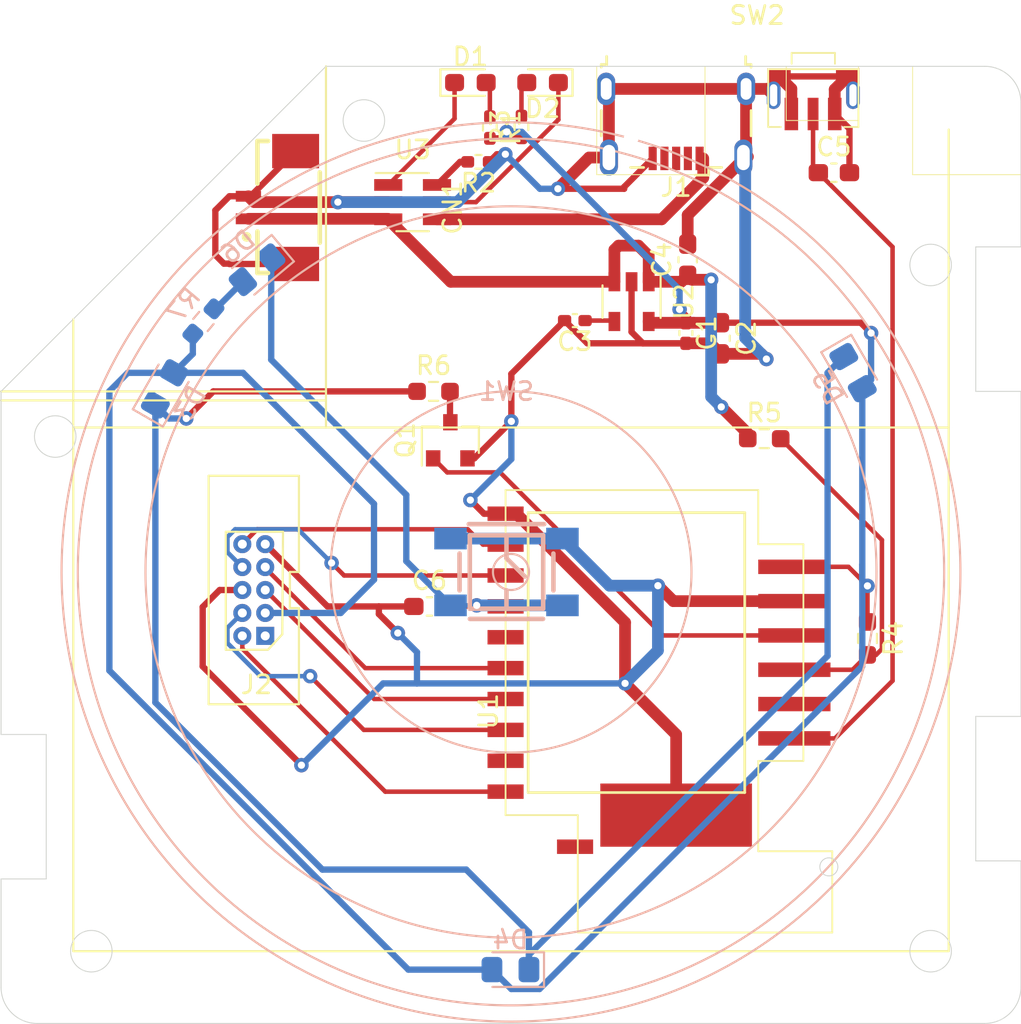
<source format=kicad_pcb>
(kicad_pcb (version 20171130) (host pcbnew "(5.1.8-0-10_14)")

  (general
    (thickness 1.6)
    (drawings 46)
    (tracks 261)
    (zones 0)
    (modules 28)
    (nets 32)
  )

  (page A4)
  (layers
    (0 F.Cu signal)
    (31 B.Cu signal)
    (32 B.Adhes user hide)
    (33 F.Adhes user)
    (34 B.Paste user)
    (35 F.Paste user hide)
    (36 B.SilkS user)
    (37 F.SilkS user)
    (38 B.Mask user)
    (39 F.Mask user)
    (40 Dwgs.User user)
    (41 Cmts.User user)
    (42 Eco1.User user)
    (43 Eco2.User user)
    (44 Edge.Cuts user)
    (45 Margin user)
    (46 B.CrtYd user hide)
    (47 F.CrtYd user hide)
    (48 B.Fab user hide)
    (49 F.Fab user hide)
  )

  (setup
    (last_trace_width 0.35)
    (user_trace_width 0.35)
    (user_trace_width 0.65)
    (trace_clearance 0.2)
    (zone_clearance 0.508)
    (zone_45_only no)
    (trace_min 0.2)
    (via_size 0.8)
    (via_drill 0.4)
    (via_min_size 0.4)
    (via_min_drill 0.3)
    (uvia_size 0.3)
    (uvia_drill 0.1)
    (uvias_allowed no)
    (uvia_min_size 0.2)
    (uvia_min_drill 0.1)
    (edge_width 0.05)
    (segment_width 0.2)
    (pcb_text_width 0.3)
    (pcb_text_size 1.5 1.5)
    (mod_edge_width 0.12)
    (mod_text_size 1 1)
    (mod_text_width 0.15)
    (pad_size 2 2)
    (pad_drill 1.4)
    (pad_to_mask_clearance 0.051)
    (solder_mask_min_width 0.25)
    (aux_axis_origin 0 0)
    (visible_elements FFFFFF7F)
    (pcbplotparams
      (layerselection 0x010fc_ffffffff)
      (usegerberextensions false)
      (usegerberattributes false)
      (usegerberadvancedattributes false)
      (creategerberjobfile false)
      (excludeedgelayer true)
      (linewidth 0.100000)
      (plotframeref false)
      (viasonmask false)
      (mode 1)
      (useauxorigin false)
      (hpglpennumber 1)
      (hpglpenspeed 20)
      (hpglpendiameter 15.000000)
      (psnegative false)
      (psa4output false)
      (plotreference true)
      (plotvalue true)
      (plotinvisibletext false)
      (padsonsilk false)
      (subtractmaskfromsilk false)
      (outputformat 1)
      (mirror false)
      (drillshape 0)
      (scaleselection 1)
      (outputdirectory "tradfri/"))
  )

  (net 0 "")
  (net 1 "Net-(J1-Pad4)")
  (net 2 "Net-(J1-Pad3)")
  (net 3 "Net-(J1-Pad2)")
  (net 4 GND)
  (net 5 PB15)
  (net 6 DBG_SWCLK_TCK)
  (net 7 PB14)
  (net 8 DBG_SWDIO_TMS)
  (net 9 +3V3)
  (net 10 DBG_SWO)
  (net 11 RESETn)
  (net 12 +5V)
  (net 13 FTM)
  (net 14 PA0)
  (net 15 PA1)
  (net 16 PB12)
  (net 17 PB13)
  (net 18 PC10)
  (net 19 PC11)
  (net 20 DBG_TDI)
  (net 21 VBUS)
  (net 22 VBAT)
  (net 23 "Net-(C3-Pad1)")
  (net 24 "Net-(D1-Pad2)")
  (net 25 "Net-(D1-Pad1)")
  (net 26 "Net-(D2-Pad2)")
  (net 27 "Net-(D2-Pad1)")
  (net 28 "Net-(D3-Pad1)")
  (net 29 "Net-(Q1-Pad3)")
  (net 30 "Net-(R2-Pad2)")
  (net 31 "Net-(D6-Pad2)")

  (net_class Default "This is the default net class."
    (clearance 0.2)
    (trace_width 0.25)
    (via_dia 0.8)
    (via_drill 0.4)
    (uvia_dia 0.3)
    (uvia_drill 0.1)
    (add_net +3V3)
    (add_net +5V)
    (add_net DBG_SWCLK_TCK)
    (add_net DBG_SWDIO_TMS)
    (add_net DBG_SWO)
    (add_net DBG_TDI)
    (add_net FTM)
    (add_net GND)
    (add_net "Net-(C3-Pad1)")
    (add_net "Net-(D1-Pad1)")
    (add_net "Net-(D1-Pad2)")
    (add_net "Net-(D2-Pad1)")
    (add_net "Net-(D2-Pad2)")
    (add_net "Net-(D3-Pad1)")
    (add_net "Net-(D6-Pad2)")
    (add_net "Net-(J1-Pad2)")
    (add_net "Net-(J1-Pad3)")
    (add_net "Net-(J1-Pad4)")
    (add_net "Net-(Q1-Pad3)")
    (add_net "Net-(R2-Pad2)")
    (add_net PA0)
    (add_net PA1)
    (add_net PB12)
    (add_net PB13)
    (add_net PB14)
    (add_net PB15)
    (add_net PC10)
    (add_net PC11)
    (add_net RESETn)
    (add_net VBAT)
    (add_net VBUS)
  )

  (module mybays_connector:USB_Micro-B_Wuerth_629105150521_CircularHoles (layer F.Cu) (tedit 6019833E) (tstamp 5F3DD814)
    (at 137.4 50.2 180)
    (descr "USB Micro-B receptacle, http://www.mouser.com/ds/2/445/629105150521-469306.pdf")
    (tags "usb micro receptacle")
    (path /5F3DA857)
    (attr smd)
    (fp_text reference J1 (at 0 -3.5) (layer F.SilkS)
      (effects (font (size 1 1) (thickness 0.15)))
    )
    (fp_text value microusb (at 0 5.6) (layer F.Fab)
      (effects (font (size 1 1) (thickness 0.15)))
    )
    (fp_text user "PCB Edge" (at 0 3.75) (layer Dwgs.User)
      (effects (font (size 0.5 0.5) (thickness 0.08)))
    )
    (fp_text user %R (at 0 1.05) (layer F.Fab)
      (effects (font (size 1 1) (thickness 0.15)))
    )
    (fp_line (start 5.28 -3.34) (end -5.27 -3.34) (layer F.CrtYd) (width 0.05))
    (fp_line (start 5.28 4.85) (end 5.28 -3.34) (layer F.CrtYd) (width 0.05))
    (fp_line (start -5.27 4.85) (end 5.28 4.85) (layer F.CrtYd) (width 0.05))
    (fp_line (start -5.27 -3.34) (end -5.27 4.85) (layer F.CrtYd) (width 0.05))
    (fp_line (start 1.8 -2.4) (end 2.525 -2.4) (layer F.SilkS) (width 0.15))
    (fp_line (start -1.8 -2.4) (end -2.525 -2.4) (layer F.SilkS) (width 0.15))
    (fp_line (start -1.8 -2.825) (end -1.8 -2.4) (layer F.SilkS) (width 0.15))
    (fp_line (start -1.075 -2.825) (end -1.8 -2.825) (layer F.SilkS) (width 0.15))
    (fp_line (start 4.15 0.75) (end 4.15 -0.65) (layer F.SilkS) (width 0.15))
    (fp_line (start 4.15 3.3) (end 4.15 3.15) (layer F.SilkS) (width 0.15))
    (fp_line (start 3.85 3.3) (end 4.15 3.3) (layer F.SilkS) (width 0.15))
    (fp_line (start 3.85 3.75) (end 3.85 3.3) (layer F.SilkS) (width 0.15))
    (fp_line (start -3.85 3.3) (end -3.85 3.75) (layer F.SilkS) (width 0.15))
    (fp_line (start -4.15 3.3) (end -3.85 3.3) (layer F.SilkS) (width 0.15))
    (fp_line (start -4.15 3.15) (end -4.15 3.3) (layer F.SilkS) (width 0.15))
    (fp_line (start -4.15 -0.65) (end -4.15 0.75) (layer F.SilkS) (width 0.15))
    (fp_line (start -1.075 -2.95) (end -1.075 -2.725) (layer F.Fab) (width 0.15))
    (fp_line (start -1.525 -2.95) (end -1.075 -2.95) (layer F.Fab) (width 0.15))
    (fp_line (start -1.525 -2.725) (end -1.525 -2.95) (layer F.Fab) (width 0.15))
    (fp_line (start -1.3 -2.55) (end -1.525 -2.725) (layer F.Fab) (width 0.15))
    (fp_line (start -1.075 -2.725) (end -1.3 -2.55) (layer F.Fab) (width 0.15))
    (fp_line (start -2.7 3.75) (end 2.7 3.75) (layer F.Fab) (width 0.15))
    (fp_line (start 4 -2.25) (end -4 -2.25) (layer F.Fab) (width 0.15))
    (fp_line (start 4 3.15) (end 4 -2.25) (layer F.Fab) (width 0.15))
    (fp_line (start 3.7 3.15) (end 4 3.15) (layer F.Fab) (width 0.15))
    (fp_line (start 3.7 4.35) (end 3.7 3.15) (layer F.Fab) (width 0.15))
    (fp_line (start -3.7 4.35) (end 3.7 4.35) (layer F.Fab) (width 0.15))
    (fp_line (start -3.7 3.15) (end -3.7 4.35) (layer F.Fab) (width 0.15))
    (fp_line (start -4 3.15) (end -3.7 3.15) (layer F.Fab) (width 0.15))
    (fp_line (start -4 -2.25) (end -4 3.15) (layer F.Fab) (width 0.15))
    (pad "" np_thru_hole circle (at 2.5 -0.8 180) (size 0.8 0.8) (drill 0.8) (layers *.Cu *.Mask))
    (pad "" np_thru_hole circle (at -2.5 -0.8 180) (size 0.8 0.8) (drill 0.8) (layers *.Cu *.Mask))
    (pad 0 thru_hole oval (at 3.875 1.95 180) (size 1 1.8) (drill oval 0.6 1.2) (layers *.Cu *.Mask)
      (net 4 GND))
    (pad 0 thru_hole oval (at -3.875 1.95 180) (size 1 1.8) (drill oval 0.6 1.2) (layers *.Cu *.Mask)
      (net 4 GND))
    (pad 0 thru_hole oval (at 3.725 -1.85 180) (size 1 2) (drill oval 0.7 1.4) (layers *.Cu *.Mask)
      (net 4 GND))
    (pad 0 thru_hole oval (at -3.725 -1.85 180) (size 1 2) (drill oval 0.7 1.4) (layers *.Cu *.Mask)
      (net 4 GND))
    (pad 5 smd rect (at 1.3 -1.9 180) (size 0.45 1.3) (layers F.Cu F.Paste F.Mask)
      (net 4 GND))
    (pad 4 smd rect (at 0.65 -1.9 180) (size 0.45 1.3) (layers F.Cu F.Paste F.Mask)
      (net 1 "Net-(J1-Pad4)"))
    (pad 3 smd rect (at 0 -1.9 180) (size 0.45 1.3) (layers F.Cu F.Paste F.Mask)
      (net 2 "Net-(J1-Pad3)"))
    (pad 2 smd rect (at -0.65 -1.9 180) (size 0.45 1.3) (layers F.Cu F.Paste F.Mask)
      (net 3 "Net-(J1-Pad2)"))
    (pad 1 smd rect (at -1.3 -1.9 180) (size 0.45 1.3) (layers F.Cu F.Paste F.Mask)
      (net 21 VBUS))
    (model ${KISYS3DMOD}/Connector_USB.3dshapes/USB_Micro-B_Wuerth_629105150521_CircularHoles.wrl
      (at (xyz 0 0 0))
      (scale (xyz 1 1 1))
      (rotate (xyz 0 0 0))
    )
  )

  (module Resistor_SMD:R_0603_1608Metric_Pad0.98x0.95mm_HandSolder (layer B.Cu) (tedit 5F68FEEE) (tstamp 601987D3)
    (at 111.21 61.13 230)
    (descr "Resistor SMD 0603 (1608 Metric), square (rectangular) end terminal, IPC_7351 nominal with elongated pad for handsoldering. (Body size source: IPC-SM-782 page 72, https://www.pcb-3d.com/wordpress/wp-content/uploads/ipc-sm-782a_amendment_1_and_2.pdf), generated with kicad-footprint-generator")
    (tags "resistor handsolder")
    (path /602DB22F)
    (attr smd)
    (fp_text reference R7 (at 0.000001 1.43 50) (layer B.SilkS)
      (effects (font (size 1 1) (thickness 0.15)) (justify mirror))
    )
    (fp_text value 1k (at -0.000001 -1.43 50) (layer B.Fab)
      (effects (font (size 1 1) (thickness 0.15)) (justify mirror))
    )
    (fp_text user %R (at 0 0 50) (layer B.Fab)
      (effects (font (size 0.4 0.4) (thickness 0.06)) (justify mirror))
    )
    (fp_line (start -0.8 -0.4125) (end -0.8 0.4125) (layer B.Fab) (width 0.1))
    (fp_line (start -0.8 0.4125) (end 0.8 0.4125) (layer B.Fab) (width 0.1))
    (fp_line (start 0.8 0.4125) (end 0.8 -0.4125) (layer B.Fab) (width 0.1))
    (fp_line (start 0.8 -0.4125) (end -0.8 -0.4125) (layer B.Fab) (width 0.1))
    (fp_line (start -0.254724 0.5225) (end 0.254724 0.5225) (layer B.SilkS) (width 0.12))
    (fp_line (start -0.254724 -0.5225) (end 0.254724 -0.5225) (layer B.SilkS) (width 0.12))
    (fp_line (start -1.65 -0.73) (end -1.65 0.73) (layer B.CrtYd) (width 0.05))
    (fp_line (start -1.65 0.73) (end 1.65 0.73) (layer B.CrtYd) (width 0.05))
    (fp_line (start 1.65 0.73) (end 1.65 -0.73) (layer B.CrtYd) (width 0.05))
    (fp_line (start 1.65 -0.73) (end -1.65 -0.73) (layer B.CrtYd) (width 0.05))
    (pad 2 smd roundrect (at 0.9125 0 230) (size 0.975 0.95) (layers B.Cu B.Paste B.Mask) (roundrect_rratio 0.25)
      (net 9 +3V3))
    (pad 1 smd roundrect (at -0.9125 0 230) (size 0.975 0.95) (layers B.Cu B.Paste B.Mask) (roundrect_rratio 0.25)
      (net 31 "Net-(D6-Pad2)"))
    (model ${KISYS3DMOD}/Resistor_SMD.3dshapes/R_0603_1608Metric.wrl
      (at (xyz 0 0 0))
      (scale (xyz 1 1 1))
      (rotate (xyz 0 0 0))
    )
  )

  (module LED_SMD:LED_0805_2012Metric_Pad1.15x1.40mm_HandSolder (layer B.Cu) (tedit 5F68FEF1) (tstamp 60198630)
    (at 114.181143 58.265196 220)
    (descr "LED SMD 0805 (2012 Metric), square (rectangular) end terminal, IPC_7351 nominal, (Body size source: https://docs.google.com/spreadsheets/d/1BsfQQcO9C6DZCsRaXUlFlo91Tg2WpOkGARC1WS5S8t0/edit?usp=sharing), generated with kicad-footprint-generator")
    (tags "LED handsolder")
    (path /602CEE71)
    (attr smd)
    (fp_text reference D6 (at 0.000001 1.65 40) (layer B.SilkS)
      (effects (font (size 1 1) (thickness 0.15)) (justify mirror))
    )
    (fp_text value LED (at -0.000001 -1.65 40) (layer B.Fab)
      (effects (font (size 1 1) (thickness 0.15)) (justify mirror))
    )
    (fp_text user %R (at 0 0 40) (layer B.Fab)
      (effects (font (size 0.5 0.5) (thickness 0.08)) (justify mirror))
    )
    (fp_line (start 1 0.6) (end -0.7 0.6) (layer B.Fab) (width 0.1))
    (fp_line (start -0.7 0.6) (end -1 0.3) (layer B.Fab) (width 0.1))
    (fp_line (start -1 0.3) (end -1 -0.6) (layer B.Fab) (width 0.1))
    (fp_line (start -1 -0.6) (end 1 -0.6) (layer B.Fab) (width 0.1))
    (fp_line (start 1 -0.6) (end 1 0.6) (layer B.Fab) (width 0.1))
    (fp_line (start 1 0.96) (end -1.86 0.96) (layer B.SilkS) (width 0.12))
    (fp_line (start -1.86 0.96) (end -1.86 -0.96) (layer B.SilkS) (width 0.12))
    (fp_line (start -1.86 -0.96) (end 1 -0.96) (layer B.SilkS) (width 0.12))
    (fp_line (start -1.85 -0.95) (end -1.85 0.95) (layer B.CrtYd) (width 0.05))
    (fp_line (start -1.85 0.95) (end 1.85 0.95) (layer B.CrtYd) (width 0.05))
    (fp_line (start 1.85 0.95) (end 1.85 -0.95) (layer B.CrtYd) (width 0.05))
    (fp_line (start 1.85 -0.95) (end -1.85 -0.95) (layer B.CrtYd) (width 0.05))
    (pad 2 smd roundrect (at 1.025 0 220) (size 1.15 1.4) (layers B.Cu B.Paste B.Mask) (roundrect_rratio 0.217391)
      (net 31 "Net-(D6-Pad2)"))
    (pad 1 smd roundrect (at -1.025 0 220) (size 1.15 1.4) (layers B.Cu B.Paste B.Mask) (roundrect_rratio 0.217391)
      (net 18 PC10))
    (model ${KISYS3DMOD}/LED_SMD.3dshapes/LED_0805_2012Metric.wrl
      (at (xyz 0 0 0))
      (scale (xyz 1 1 1))
      (rotate (xyz 0 0 0))
    )
  )

  (module mybays_connector:KEY-SMD_4P-L5.2-W5.2-P3.70-LS6.4-MOPS (layer B.Cu) (tedit 6019392D) (tstamp 5F3DC435)
    (at 128 75)
    (path /5F3D84CA)
    (fp_text reference SW1 (at 0 -10) (layer B.SilkS)
      (effects (font (size 1 1) (thickness 0.15)) (justify mirror))
    )
    (fp_text value Toggle (at 0 0) (layer B.Fab)
      (effects (font (size 1 1) (thickness 0.15)) (justify mirror))
    )
    (fp_line (start -2.02499 2.600122) (end 2.02499 2.600122) (layer B.SilkS) (width 0.254))
    (fp_line (start -2.599995 1.019048) (end -2.599995 -1.018794) (layer B.SilkS) (width 0.254))
    (fp_line (start 2.599995 -1.018794) (end 2.599995 1.019048) (layer B.SilkS) (width 0.254))
    (fp_line (start -2.086839 -2.64988) (end 2.086839 -2.64988) (layer B.SilkS) (width 0.254))
    (fp_line (start -2.032 -2.031873) (end -2.032 2.032127) (layer B.SilkS) (width 0.254))
    (fp_line (start 2.032 -2.031873) (end -2.032 -2.031873) (layer B.SilkS) (width 0.254))
    (fp_line (start 2.032 2.032127) (end 2.032 -2.031873) (layer B.SilkS) (width 0.254))
    (fp_line (start -2.032 2.032127) (end 2.032 2.032127) (layer B.SilkS) (width 0.254))
    (fp_line (start 0 2.032127) (end 0 1.016127) (layer B.SilkS) (width 0.254))
    (fp_line (start 0 -0.761873) (end 1.016 0.254127) (layer B.SilkS) (width 0.254))
    (fp_line (start 0 -2.031873) (end 0 -0.761873) (layer B.SilkS) (width 0.254))
    (pad 4 smd rect (at 3.10007 -1.850009) (size 1.799996 1.199896) (layers B.Cu B.Paste B.Mask)
      (net 4 GND))
    (pad 3 smd rect (at 3.10007 1.850009) (size 1.799996 1.199896) (layers B.Cu B.Paste B.Mask)
      (net 18 PC10))
    (pad 2 smd rect (at -3.10007 -1.850009) (size 1.799996 1.199896) (layers B.Cu B.Paste B.Mask)
      (net 4 GND))
    (pad 1 smd rect (at -3.10007 1.850009) (size 1.799996 1.199896) (layers B.Cu B.Paste B.Mask)
      (net 18 PC10))
  )

  (module Resistor_SMD:R_0603_1608Metric_Pad0.98x0.95mm_HandSolder (layer F.Cu) (tedit 5F68FEEE) (tstamp 6015D762)
    (at 123.96 65)
    (descr "Resistor SMD 0603 (1608 Metric), square (rectangular) end terminal, IPC_7351 nominal with elongated pad for handsoldering. (Body size source: IPC-SM-782 page 72, https://www.pcb-3d.com/wordpress/wp-content/uploads/ipc-sm-782a_amendment_1_and_2.pdf), generated with kicad-footprint-generator")
    (tags "resistor handsolder")
    (path /60197C0C)
    (attr smd)
    (fp_text reference R6 (at 0 -1.43) (layer F.SilkS)
      (effects (font (size 1 1) (thickness 0.15)))
    )
    (fp_text value 1k (at 0 1.43) (layer F.Fab)
      (effects (font (size 1 1) (thickness 0.15)))
    )
    (fp_text user %R (at 0 0) (layer F.Fab)
      (effects (font (size 0.4 0.4) (thickness 0.06)))
    )
    (fp_line (start -0.8 0.4125) (end -0.8 -0.4125) (layer F.Fab) (width 0.1))
    (fp_line (start -0.8 -0.4125) (end 0.8 -0.4125) (layer F.Fab) (width 0.1))
    (fp_line (start 0.8 -0.4125) (end 0.8 0.4125) (layer F.Fab) (width 0.1))
    (fp_line (start 0.8 0.4125) (end -0.8 0.4125) (layer F.Fab) (width 0.1))
    (fp_line (start -0.254724 -0.5225) (end 0.254724 -0.5225) (layer F.SilkS) (width 0.12))
    (fp_line (start -0.254724 0.5225) (end 0.254724 0.5225) (layer F.SilkS) (width 0.12))
    (fp_line (start -1.65 0.73) (end -1.65 -0.73) (layer F.CrtYd) (width 0.05))
    (fp_line (start -1.65 -0.73) (end 1.65 -0.73) (layer F.CrtYd) (width 0.05))
    (fp_line (start 1.65 -0.73) (end 1.65 0.73) (layer F.CrtYd) (width 0.05))
    (fp_line (start 1.65 0.73) (end -1.65 0.73) (layer F.CrtYd) (width 0.05))
    (pad 2 smd roundrect (at 0.9125 0) (size 0.975 0.95) (layers F.Cu F.Paste F.Mask) (roundrect_rratio 0.25)
      (net 29 "Net-(Q1-Pad3)"))
    (pad 1 smd roundrect (at -0.9125 0) (size 0.975 0.95) (layers F.Cu F.Paste F.Mask) (roundrect_rratio 0.25)
      (net 28 "Net-(D3-Pad1)"))
    (model ${KISYS3DMOD}/Resistor_SMD.3dshapes/R_0603_1608Metric.wrl
      (at (xyz 0 0 0))
      (scale (xyz 1 1 1))
      (rotate (xyz 0 0 0))
    )
  )

  (module Resistor_SMD:R_0603_1608Metric_Pad0.98x0.95mm_HandSolder (layer F.Cu) (tedit 5F68FEEE) (tstamp 6015D751)
    (at 142.28 67.62)
    (descr "Resistor SMD 0603 (1608 Metric), square (rectangular) end terminal, IPC_7351 nominal with elongated pad for handsoldering. (Body size source: IPC-SM-782 page 72, https://www.pcb-3d.com/wordpress/wp-content/uploads/ipc-sm-782a_amendment_1_and_2.pdf), generated with kicad-footprint-generator")
    (tags "resistor handsolder")
    (path /6019FCFA)
    (attr smd)
    (fp_text reference R5 (at 0 -1.43) (layer F.SilkS)
      (effects (font (size 1 1) (thickness 0.15)))
    )
    (fp_text value 1k (at 0 1.43) (layer F.Fab)
      (effects (font (size 1 1) (thickness 0.15)))
    )
    (fp_text user %R (at 0 0) (layer F.Fab)
      (effects (font (size 0.4 0.4) (thickness 0.06)))
    )
    (fp_line (start -0.8 0.4125) (end -0.8 -0.4125) (layer F.Fab) (width 0.1))
    (fp_line (start -0.8 -0.4125) (end 0.8 -0.4125) (layer F.Fab) (width 0.1))
    (fp_line (start 0.8 -0.4125) (end 0.8 0.4125) (layer F.Fab) (width 0.1))
    (fp_line (start 0.8 0.4125) (end -0.8 0.4125) (layer F.Fab) (width 0.1))
    (fp_line (start -0.254724 -0.5225) (end 0.254724 -0.5225) (layer F.SilkS) (width 0.12))
    (fp_line (start -0.254724 0.5225) (end 0.254724 0.5225) (layer F.SilkS) (width 0.12))
    (fp_line (start -1.65 0.73) (end -1.65 -0.73) (layer F.CrtYd) (width 0.05))
    (fp_line (start -1.65 -0.73) (end 1.65 -0.73) (layer F.CrtYd) (width 0.05))
    (fp_line (start 1.65 -0.73) (end 1.65 0.73) (layer F.CrtYd) (width 0.05))
    (fp_line (start 1.65 0.73) (end -1.65 0.73) (layer F.CrtYd) (width 0.05))
    (pad 2 smd roundrect (at 0.9125 0) (size 0.975 0.95) (layers F.Cu F.Paste F.Mask) (roundrect_rratio 0.25)
      (net 16 PB12))
    (pad 1 smd roundrect (at -0.9125 0) (size 0.975 0.95) (layers F.Cu F.Paste F.Mask) (roundrect_rratio 0.25)
      (net 22 VBAT))
    (model ${KISYS3DMOD}/Resistor_SMD.3dshapes/R_0603_1608Metric.wrl
      (at (xyz 0 0 0))
      (scale (xyz 1 1 1))
      (rotate (xyz 0 0 0))
    )
  )

  (module Resistor_SMD:R_0603_1608Metric_Pad0.98x0.95mm_HandSolder (layer F.Cu) (tedit 5F68FEEE) (tstamp 6015D740)
    (at 148 78.68 270)
    (descr "Resistor SMD 0603 (1608 Metric), square (rectangular) end terminal, IPC_7351 nominal with elongated pad for handsoldering. (Body size source: IPC-SM-782 page 72, https://www.pcb-3d.com/wordpress/wp-content/uploads/ipc-sm-782a_amendment_1_and_2.pdf), generated with kicad-footprint-generator")
    (tags "resistor handsolder")
    (path /6019EBE6)
    (attr smd)
    (fp_text reference R4 (at 0 -1.43 90) (layer F.SilkS)
      (effects (font (size 1 1) (thickness 0.15)))
    )
    (fp_text value 1k (at 0 1.43 90) (layer F.Fab)
      (effects (font (size 1 1) (thickness 0.15)))
    )
    (fp_text user %R (at 0 0 90) (layer F.Fab)
      (effects (font (size 0.4 0.4) (thickness 0.06)))
    )
    (fp_line (start -0.8 0.4125) (end -0.8 -0.4125) (layer F.Fab) (width 0.1))
    (fp_line (start -0.8 -0.4125) (end 0.8 -0.4125) (layer F.Fab) (width 0.1))
    (fp_line (start 0.8 -0.4125) (end 0.8 0.4125) (layer F.Fab) (width 0.1))
    (fp_line (start 0.8 0.4125) (end -0.8 0.4125) (layer F.Fab) (width 0.1))
    (fp_line (start -0.254724 -0.5225) (end 0.254724 -0.5225) (layer F.SilkS) (width 0.12))
    (fp_line (start -0.254724 0.5225) (end 0.254724 0.5225) (layer F.SilkS) (width 0.12))
    (fp_line (start -1.65 0.73) (end -1.65 -0.73) (layer F.CrtYd) (width 0.05))
    (fp_line (start -1.65 -0.73) (end 1.65 -0.73) (layer F.CrtYd) (width 0.05))
    (fp_line (start 1.65 -0.73) (end 1.65 0.73) (layer F.CrtYd) (width 0.05))
    (fp_line (start 1.65 0.73) (end -1.65 0.73) (layer F.CrtYd) (width 0.05))
    (pad 2 smd roundrect (at 0.9125 0 270) (size 0.975 0.95) (layers F.Cu F.Paste F.Mask) (roundrect_rratio 0.25)
      (net 16 PB12))
    (pad 1 smd roundrect (at -0.9125 0 270) (size 0.975 0.95) (layers F.Cu F.Paste F.Mask) (roundrect_rratio 0.25)
      (net 9 +3V3))
    (model ${KISYS3DMOD}/Resistor_SMD.3dshapes/R_0603_1608Metric.wrl
      (at (xyz 0 0 0))
      (scale (xyz 1 1 1))
      (rotate (xyz 0 0 0))
    )
  )

  (module Resistor_SMD:R_0402_1005Metric_Pad0.72x0.64mm_HandSolder (layer F.Cu) (tedit 5F6BB9E0) (tstamp 6015D72F)
    (at 128.83 50.36 90)
    (descr "Resistor SMD 0402 (1005 Metric), square (rectangular) end terminal, IPC_7351 nominal with elongated pad for handsoldering. (Body size source: IPC-SM-782 page 72, https://www.pcb-3d.com/wordpress/wp-content/uploads/ipc-sm-782a_amendment_1_and_2.pdf), generated with kicad-footprint-generator")
    (tags "resistor handsolder")
    (path /601AE6B3)
    (attr smd)
    (fp_text reference R3 (at 0 -1.17 90) (layer F.SilkS)
      (effects (font (size 1 1) (thickness 0.15)))
    )
    (fp_text value 4k (at 0 1.17 90) (layer F.Fab)
      (effects (font (size 1 1) (thickness 0.15)))
    )
    (fp_text user %R (at 0 0 90) (layer F.Fab)
      (effects (font (size 0.26 0.26) (thickness 0.04)))
    )
    (fp_line (start -0.525 0.27) (end -0.525 -0.27) (layer F.Fab) (width 0.1))
    (fp_line (start -0.525 -0.27) (end 0.525 -0.27) (layer F.Fab) (width 0.1))
    (fp_line (start 0.525 -0.27) (end 0.525 0.27) (layer F.Fab) (width 0.1))
    (fp_line (start 0.525 0.27) (end -0.525 0.27) (layer F.Fab) (width 0.1))
    (fp_line (start -0.167621 -0.38) (end 0.167621 -0.38) (layer F.SilkS) (width 0.12))
    (fp_line (start -0.167621 0.38) (end 0.167621 0.38) (layer F.SilkS) (width 0.12))
    (fp_line (start -1.1 0.47) (end -1.1 -0.47) (layer F.CrtYd) (width 0.05))
    (fp_line (start -1.1 -0.47) (end 1.1 -0.47) (layer F.CrtYd) (width 0.05))
    (fp_line (start 1.1 -0.47) (end 1.1 0.47) (layer F.CrtYd) (width 0.05))
    (fp_line (start 1.1 0.47) (end -1.1 0.47) (layer F.CrtYd) (width 0.05))
    (pad 2 smd roundrect (at 0.5975 0 90) (size 0.715 0.64) (layers F.Cu F.Paste F.Mask) (roundrect_rratio 0.25)
      (net 26 "Net-(D2-Pad2)"))
    (pad 1 smd roundrect (at -0.5975 0 90) (size 0.715 0.64) (layers F.Cu F.Paste F.Mask) (roundrect_rratio 0.25)
      (net 9 +3V3))
    (model ${KISYS3DMOD}/Resistor_SMD.3dshapes/R_0402_1005Metric.wrl
      (at (xyz 0 0 0))
      (scale (xyz 1 1 1))
      (rotate (xyz 0 0 0))
    )
  )

  (module Resistor_SMD:R_0402_1005Metric_Pad0.72x0.64mm_HandSolder (layer F.Cu) (tedit 5F6BB9E0) (tstamp 6015D71E)
    (at 126.45 52.29 180)
    (descr "Resistor SMD 0402 (1005 Metric), square (rectangular) end terminal, IPC_7351 nominal with elongated pad for handsoldering. (Body size source: IPC-SM-782 page 72, https://www.pcb-3d.com/wordpress/wp-content/uploads/ipc-sm-782a_amendment_1_and_2.pdf), generated with kicad-footprint-generator")
    (tags "resistor handsolder")
    (path /601A4D49)
    (attr smd)
    (fp_text reference R2 (at 0 -1.17) (layer F.SilkS)
      (effects (font (size 1 1) (thickness 0.15)))
    )
    (fp_text value 4k (at 0 1.17) (layer F.Fab)
      (effects (font (size 1 1) (thickness 0.15)))
    )
    (fp_text user %R (at 0 0) (layer F.Fab)
      (effects (font (size 0.26 0.26) (thickness 0.04)))
    )
    (fp_line (start -0.525 0.27) (end -0.525 -0.27) (layer F.Fab) (width 0.1))
    (fp_line (start -0.525 -0.27) (end 0.525 -0.27) (layer F.Fab) (width 0.1))
    (fp_line (start 0.525 -0.27) (end 0.525 0.27) (layer F.Fab) (width 0.1))
    (fp_line (start 0.525 0.27) (end -0.525 0.27) (layer F.Fab) (width 0.1))
    (fp_line (start -0.167621 -0.38) (end 0.167621 -0.38) (layer F.SilkS) (width 0.12))
    (fp_line (start -0.167621 0.38) (end 0.167621 0.38) (layer F.SilkS) (width 0.12))
    (fp_line (start -1.1 0.47) (end -1.1 -0.47) (layer F.CrtYd) (width 0.05))
    (fp_line (start -1.1 -0.47) (end 1.1 -0.47) (layer F.CrtYd) (width 0.05))
    (fp_line (start 1.1 -0.47) (end 1.1 0.47) (layer F.CrtYd) (width 0.05))
    (fp_line (start 1.1 0.47) (end -1.1 0.47) (layer F.CrtYd) (width 0.05))
    (pad 2 smd roundrect (at 0.5975 0 180) (size 0.715 0.64) (layers F.Cu F.Paste F.Mask) (roundrect_rratio 0.25)
      (net 30 "Net-(R2-Pad2)"))
    (pad 1 smd roundrect (at -0.5975 0 180) (size 0.715 0.64) (layers F.Cu F.Paste F.Mask) (roundrect_rratio 0.25)
      (net 4 GND))
    (model ${KISYS3DMOD}/Resistor_SMD.3dshapes/R_0402_1005Metric.wrl
      (at (xyz 0 0 0))
      (scale (xyz 1 1 1))
      (rotate (xyz 0 0 0))
    )
  )

  (module Resistor_SMD:R_0402_1005Metric_Pad0.72x0.64mm_HandSolder (layer F.Cu) (tedit 5F6BB9E0) (tstamp 6015D70D)
    (at 127.08 50.39 270)
    (descr "Resistor SMD 0402 (1005 Metric), square (rectangular) end terminal, IPC_7351 nominal with elongated pad for handsoldering. (Body size source: IPC-SM-782 page 72, https://www.pcb-3d.com/wordpress/wp-content/uploads/ipc-sm-782a_amendment_1_and_2.pdf), generated with kicad-footprint-generator")
    (tags "resistor handsolder")
    (path /601B3890)
    (attr smd)
    (fp_text reference R1 (at 0 -1.17 90) (layer F.SilkS)
      (effects (font (size 1 1) (thickness 0.15)))
    )
    (fp_text value 4k (at 0 1.17 90) (layer F.Fab)
      (effects (font (size 1 1) (thickness 0.15)))
    )
    (fp_text user %R (at 0 0 90) (layer F.Fab)
      (effects (font (size 0.26 0.26) (thickness 0.04)))
    )
    (fp_line (start -0.525 0.27) (end -0.525 -0.27) (layer F.Fab) (width 0.1))
    (fp_line (start -0.525 -0.27) (end 0.525 -0.27) (layer F.Fab) (width 0.1))
    (fp_line (start 0.525 -0.27) (end 0.525 0.27) (layer F.Fab) (width 0.1))
    (fp_line (start 0.525 0.27) (end -0.525 0.27) (layer F.Fab) (width 0.1))
    (fp_line (start -0.167621 -0.38) (end 0.167621 -0.38) (layer F.SilkS) (width 0.12))
    (fp_line (start -0.167621 0.38) (end 0.167621 0.38) (layer F.SilkS) (width 0.12))
    (fp_line (start -1.1 0.47) (end -1.1 -0.47) (layer F.CrtYd) (width 0.05))
    (fp_line (start -1.1 -0.47) (end 1.1 -0.47) (layer F.CrtYd) (width 0.05))
    (fp_line (start 1.1 -0.47) (end 1.1 0.47) (layer F.CrtYd) (width 0.05))
    (fp_line (start 1.1 0.47) (end -1.1 0.47) (layer F.CrtYd) (width 0.05))
    (pad 2 smd roundrect (at 0.5975 0 270) (size 0.715 0.64) (layers F.Cu F.Paste F.Mask) (roundrect_rratio 0.25)
      (net 9 +3V3))
    (pad 1 smd roundrect (at -0.5975 0 270) (size 0.715 0.64) (layers F.Cu F.Paste F.Mask) (roundrect_rratio 0.25)
      (net 24 "Net-(D1-Pad2)"))
    (model ${KISYS3DMOD}/Resistor_SMD.3dshapes/R_0402_1005Metric.wrl
      (at (xyz 0 0 0))
      (scale (xyz 1 1 1))
      (rotate (xyz 0 0 0))
    )
  )

  (module Package_TO_SOT_SMD:SOT-23 (layer F.Cu) (tedit 5A02FF57) (tstamp 6015DD32)
    (at 124.89 67.71 90)
    (descr "SOT-23, Standard")
    (tags SOT-23)
    (path /6018F3FA)
    (attr smd)
    (fp_text reference Q1 (at 0 -2.5 90) (layer F.SilkS)
      (effects (font (size 1 1) (thickness 0.15)))
    )
    (fp_text value 2N7002 (at 0 2.5 90) (layer F.Fab)
      (effects (font (size 1 1) (thickness 0.15)))
    )
    (fp_text user %R (at 0 0) (layer F.Fab)
      (effects (font (size 0.5 0.5) (thickness 0.075)))
    )
    (fp_line (start -0.7 -0.95) (end -0.7 1.5) (layer F.Fab) (width 0.1))
    (fp_line (start -0.15 -1.52) (end 0.7 -1.52) (layer F.Fab) (width 0.1))
    (fp_line (start -0.7 -0.95) (end -0.15 -1.52) (layer F.Fab) (width 0.1))
    (fp_line (start 0.7 -1.52) (end 0.7 1.52) (layer F.Fab) (width 0.1))
    (fp_line (start -0.7 1.52) (end 0.7 1.52) (layer F.Fab) (width 0.1))
    (fp_line (start 0.76 1.58) (end 0.76 0.65) (layer F.SilkS) (width 0.12))
    (fp_line (start 0.76 -1.58) (end 0.76 -0.65) (layer F.SilkS) (width 0.12))
    (fp_line (start -1.7 -1.75) (end 1.7 -1.75) (layer F.CrtYd) (width 0.05))
    (fp_line (start 1.7 -1.75) (end 1.7 1.75) (layer F.CrtYd) (width 0.05))
    (fp_line (start 1.7 1.75) (end -1.7 1.75) (layer F.CrtYd) (width 0.05))
    (fp_line (start -1.7 1.75) (end -1.7 -1.75) (layer F.CrtYd) (width 0.05))
    (fp_line (start 0.76 -1.58) (end -1.4 -1.58) (layer F.SilkS) (width 0.12))
    (fp_line (start 0.76 1.58) (end -0.7 1.58) (layer F.SilkS) (width 0.12))
    (pad 3 smd rect (at 1 0 90) (size 0.9 0.8) (layers F.Cu F.Paste F.Mask)
      (net 29 "Net-(Q1-Pad3)"))
    (pad 2 smd rect (at -1 0.95 90) (size 0.9 0.8) (layers F.Cu F.Paste F.Mask)
      (net 4 GND))
    (pad 1 smd rect (at -1 -0.95 90) (size 0.9 0.8) (layers F.Cu F.Paste F.Mask)
      (net 17 PB13))
    (model ${KISYS3DMOD}/Package_TO_SOT_SMD.3dshapes/SOT-23.wrl
      (at (xyz 0 0 0))
      (scale (xyz 1 1 1))
      (rotate (xyz 0 0 0))
    )
  )

  (module LED_SMD:LED_0805_2012Metric_Pad1.15x1.40mm_HandSolder (layer B.Cu) (tedit 5F68FEF1) (tstamp 6015D63D)
    (at 147.2 63.96 300)
    (descr "LED SMD 0805 (2012 Metric), square (rectangular) end terminal, IPC_7351 nominal, (Body size source: https://docs.google.com/spreadsheets/d/1BsfQQcO9C6DZCsRaXUlFlo91Tg2WpOkGARC1WS5S8t0/edit?usp=sharing), generated with kicad-footprint-generator")
    (tags "LED handsolder")
    (path /601BB39D)
    (attr smd)
    (fp_text reference D5 (at 0 1.65 120) (layer B.SilkS)
      (effects (font (size 1 1) (thickness 0.15)) (justify mirror))
    )
    (fp_text value LED (at 0 -1.65 120) (layer B.Fab)
      (effects (font (size 1 1) (thickness 0.15)) (justify mirror))
    )
    (fp_text user %R (at 0 0 120) (layer B.Fab)
      (effects (font (size 0.5 0.5) (thickness 0.08)) (justify mirror))
    )
    (fp_line (start 1 0.6) (end -0.7 0.6) (layer B.Fab) (width 0.1))
    (fp_line (start -0.7 0.6) (end -1 0.3) (layer B.Fab) (width 0.1))
    (fp_line (start -1 0.3) (end -1 -0.6) (layer B.Fab) (width 0.1))
    (fp_line (start -1 -0.6) (end 1 -0.6) (layer B.Fab) (width 0.1))
    (fp_line (start 1 -0.6) (end 1 0.6) (layer B.Fab) (width 0.1))
    (fp_line (start 1 0.96) (end -1.86 0.96) (layer B.SilkS) (width 0.12))
    (fp_line (start -1.86 0.96) (end -1.86 -0.96) (layer B.SilkS) (width 0.12))
    (fp_line (start -1.86 -0.96) (end 1 -0.96) (layer B.SilkS) (width 0.12))
    (fp_line (start -1.85 -0.95) (end -1.85 0.95) (layer B.CrtYd) (width 0.05))
    (fp_line (start -1.85 0.95) (end 1.85 0.95) (layer B.CrtYd) (width 0.05))
    (fp_line (start 1.85 0.95) (end 1.85 -0.95) (layer B.CrtYd) (width 0.05))
    (fp_line (start 1.85 -0.95) (end -1.85 -0.95) (layer B.CrtYd) (width 0.05))
    (pad 2 smd roundrect (at 1.025 0 300) (size 1.15 1.4) (layers B.Cu B.Paste B.Mask) (roundrect_rratio 0.217391)
      (net 9 +3V3))
    (pad 1 smd roundrect (at -1.025 0 300) (size 1.15 1.4) (layers B.Cu B.Paste B.Mask) (roundrect_rratio 0.217391)
      (net 28 "Net-(D3-Pad1)"))
    (model ${KISYS3DMOD}/LED_SMD.3dshapes/LED_0805_2012Metric.wrl
      (at (xyz 0 0 0))
      (scale (xyz 1 1 1))
      (rotate (xyz 0 0 0))
    )
  )

  (module LED_SMD:LED_0805_2012Metric_Pad1.15x1.40mm_HandSolder (layer B.Cu) (tedit 5F68FEF1) (tstamp 6015D62A)
    (at 128.22 97.02 180)
    (descr "LED SMD 0805 (2012 Metric), square (rectangular) end terminal, IPC_7351 nominal, (Body size source: https://docs.google.com/spreadsheets/d/1BsfQQcO9C6DZCsRaXUlFlo91Tg2WpOkGARC1WS5S8t0/edit?usp=sharing), generated with kicad-footprint-generator")
    (tags "LED handsolder")
    (path /6018CD5F)
    (attr smd)
    (fp_text reference D4 (at 0 1.65) (layer B.SilkS)
      (effects (font (size 1 1) (thickness 0.15)) (justify mirror))
    )
    (fp_text value LED (at 0 -1.65) (layer B.Fab)
      (effects (font (size 1 1) (thickness 0.15)) (justify mirror))
    )
    (fp_text user %R (at 0 0) (layer B.Fab)
      (effects (font (size 0.5 0.5) (thickness 0.08)) (justify mirror))
    )
    (fp_line (start 1 0.6) (end -0.7 0.6) (layer B.Fab) (width 0.1))
    (fp_line (start -0.7 0.6) (end -1 0.3) (layer B.Fab) (width 0.1))
    (fp_line (start -1 0.3) (end -1 -0.6) (layer B.Fab) (width 0.1))
    (fp_line (start -1 -0.6) (end 1 -0.6) (layer B.Fab) (width 0.1))
    (fp_line (start 1 -0.6) (end 1 0.6) (layer B.Fab) (width 0.1))
    (fp_line (start 1 0.96) (end -1.86 0.96) (layer B.SilkS) (width 0.12))
    (fp_line (start -1.86 0.96) (end -1.86 -0.96) (layer B.SilkS) (width 0.12))
    (fp_line (start -1.86 -0.96) (end 1 -0.96) (layer B.SilkS) (width 0.12))
    (fp_line (start -1.85 -0.95) (end -1.85 0.95) (layer B.CrtYd) (width 0.05))
    (fp_line (start -1.85 0.95) (end 1.85 0.95) (layer B.CrtYd) (width 0.05))
    (fp_line (start 1.85 0.95) (end 1.85 -0.95) (layer B.CrtYd) (width 0.05))
    (fp_line (start 1.85 -0.95) (end -1.85 -0.95) (layer B.CrtYd) (width 0.05))
    (pad 2 smd roundrect (at 1.025 0 180) (size 1.15 1.4) (layers B.Cu B.Paste B.Mask) (roundrect_rratio 0.217391)
      (net 9 +3V3))
    (pad 1 smd roundrect (at -1.025 0 180) (size 1.15 1.4) (layers B.Cu B.Paste B.Mask) (roundrect_rratio 0.217391)
      (net 28 "Net-(D3-Pad1)"))
    (model ${KISYS3DMOD}/LED_SMD.3dshapes/LED_0805_2012Metric.wrl
      (at (xyz 0 0 0))
      (scale (xyz 1 1 1))
      (rotate (xyz 0 0 0))
    )
  )

  (module LED_SMD:LED_0805_2012Metric_Pad1.15x1.40mm_HandSolder (layer B.Cu) (tedit 5F68FEF1) (tstamp 6015D617)
    (at 109.06 64.86 60)
    (descr "LED SMD 0805 (2012 Metric), square (rectangular) end terminal, IPC_7351 nominal, (Body size source: https://docs.google.com/spreadsheets/d/1BsfQQcO9C6DZCsRaXUlFlo91Tg2WpOkGARC1WS5S8t0/edit?usp=sharing), generated with kicad-footprint-generator")
    (tags "LED handsolder")
    (path /601BA77B)
    (attr smd)
    (fp_text reference D3 (at 0 1.65 60) (layer B.SilkS)
      (effects (font (size 1 1) (thickness 0.15)) (justify mirror))
    )
    (fp_text value LED (at 0 -1.65 60) (layer B.Fab)
      (effects (font (size 1 1) (thickness 0.15)) (justify mirror))
    )
    (fp_text user %R (at 0 0 60) (layer B.Fab)
      (effects (font (size 0.5 0.5) (thickness 0.08)) (justify mirror))
    )
    (fp_line (start 1 0.6) (end -0.7 0.6) (layer B.Fab) (width 0.1))
    (fp_line (start -0.7 0.6) (end -1 0.3) (layer B.Fab) (width 0.1))
    (fp_line (start -1 0.3) (end -1 -0.6) (layer B.Fab) (width 0.1))
    (fp_line (start -1 -0.6) (end 1 -0.6) (layer B.Fab) (width 0.1))
    (fp_line (start 1 -0.6) (end 1 0.6) (layer B.Fab) (width 0.1))
    (fp_line (start 1 0.96) (end -1.86 0.96) (layer B.SilkS) (width 0.12))
    (fp_line (start -1.86 0.96) (end -1.86 -0.96) (layer B.SilkS) (width 0.12))
    (fp_line (start -1.86 -0.96) (end 1 -0.96) (layer B.SilkS) (width 0.12))
    (fp_line (start -1.85 -0.95) (end -1.85 0.95) (layer B.CrtYd) (width 0.05))
    (fp_line (start -1.85 0.95) (end 1.85 0.95) (layer B.CrtYd) (width 0.05))
    (fp_line (start 1.85 0.95) (end 1.85 -0.95) (layer B.CrtYd) (width 0.05))
    (fp_line (start 1.85 -0.95) (end -1.85 -0.95) (layer B.CrtYd) (width 0.05))
    (pad 2 smd roundrect (at 1.025 0 60) (size 1.15 1.4) (layers B.Cu B.Paste B.Mask) (roundrect_rratio 0.217391)
      (net 9 +3V3))
    (pad 1 smd roundrect (at -1.025 0 60) (size 1.15 1.4) (layers B.Cu B.Paste B.Mask) (roundrect_rratio 0.217391)
      (net 28 "Net-(D3-Pad1)"))
    (model ${KISYS3DMOD}/LED_SMD.3dshapes/LED_0805_2012Metric.wrl
      (at (xyz 0 0 0))
      (scale (xyz 1 1 1))
      (rotate (xyz 0 0 0))
    )
  )

  (module LED_SMD:LED_0603_1608Metric_Pad1.05x0.95mm_HandSolder (layer F.Cu) (tedit 5F68FEF1) (tstamp 6015D604)
    (at 130 47.9 180)
    (descr "LED SMD 0603 (1608 Metric), square (rectangular) end terminal, IPC_7351 nominal, (Body size source: http://www.tortai-tech.com/upload/download/2011102023233369053.pdf), generated with kicad-footprint-generator")
    (tags "LED handsolder")
    (path /601AC295)
    (attr smd)
    (fp_text reference D2 (at 0 -1.43) (layer F.SilkS)
      (effects (font (size 1 1) (thickness 0.15)))
    )
    (fp_text value LED (at 0 1.43) (layer F.Fab)
      (effects (font (size 1 1) (thickness 0.15)))
    )
    (fp_text user %R (at 0 0) (layer F.Fab)
      (effects (font (size 0.4 0.4) (thickness 0.06)))
    )
    (fp_line (start 0.8 -0.4) (end -0.5 -0.4) (layer F.Fab) (width 0.1))
    (fp_line (start -0.5 -0.4) (end -0.8 -0.1) (layer F.Fab) (width 0.1))
    (fp_line (start -0.8 -0.1) (end -0.8 0.4) (layer F.Fab) (width 0.1))
    (fp_line (start -0.8 0.4) (end 0.8 0.4) (layer F.Fab) (width 0.1))
    (fp_line (start 0.8 0.4) (end 0.8 -0.4) (layer F.Fab) (width 0.1))
    (fp_line (start 0.8 -0.735) (end -1.66 -0.735) (layer F.SilkS) (width 0.12))
    (fp_line (start -1.66 -0.735) (end -1.66 0.735) (layer F.SilkS) (width 0.12))
    (fp_line (start -1.66 0.735) (end 0.8 0.735) (layer F.SilkS) (width 0.12))
    (fp_line (start -1.65 0.73) (end -1.65 -0.73) (layer F.CrtYd) (width 0.05))
    (fp_line (start -1.65 -0.73) (end 1.65 -0.73) (layer F.CrtYd) (width 0.05))
    (fp_line (start 1.65 -0.73) (end 1.65 0.73) (layer F.CrtYd) (width 0.05))
    (fp_line (start 1.65 0.73) (end -1.65 0.73) (layer F.CrtYd) (width 0.05))
    (pad 2 smd roundrect (at 0.875 0 180) (size 1.05 0.95) (layers F.Cu F.Paste F.Mask) (roundrect_rratio 0.25)
      (net 26 "Net-(D2-Pad2)"))
    (pad 1 smd roundrect (at -0.875 0 180) (size 1.05 0.95) (layers F.Cu F.Paste F.Mask) (roundrect_rratio 0.25)
      (net 27 "Net-(D2-Pad1)"))
    (model ${KISYS3DMOD}/LED_SMD.3dshapes/LED_0603_1608Metric.wrl
      (at (xyz 0 0 0))
      (scale (xyz 1 1 1))
      (rotate (xyz 0 0 0))
    )
  )

  (module LED_SMD:LED_0603_1608Metric_Pad1.05x0.95mm_HandSolder (layer F.Cu) (tedit 5F68FEF1) (tstamp 6015D5F1)
    (at 126 47.9)
    (descr "LED SMD 0603 (1608 Metric), square (rectangular) end terminal, IPC_7351 nominal, (Body size source: http://www.tortai-tech.com/upload/download/2011102023233369053.pdf), generated with kicad-footprint-generator")
    (tags "LED handsolder")
    (path /601B29F0)
    (attr smd)
    (fp_text reference D1 (at 0 -1.43) (layer F.SilkS)
      (effects (font (size 1 1) (thickness 0.15)))
    )
    (fp_text value LED (at 0 1.43) (layer F.Fab)
      (effects (font (size 1 1) (thickness 0.15)))
    )
    (fp_text user %R (at 0 0) (layer F.Fab)
      (effects (font (size 0.4 0.4) (thickness 0.06)))
    )
    (fp_line (start 0.8 -0.4) (end -0.5 -0.4) (layer F.Fab) (width 0.1))
    (fp_line (start -0.5 -0.4) (end -0.8 -0.1) (layer F.Fab) (width 0.1))
    (fp_line (start -0.8 -0.1) (end -0.8 0.4) (layer F.Fab) (width 0.1))
    (fp_line (start -0.8 0.4) (end 0.8 0.4) (layer F.Fab) (width 0.1))
    (fp_line (start 0.8 0.4) (end 0.8 -0.4) (layer F.Fab) (width 0.1))
    (fp_line (start 0.8 -0.735) (end -1.66 -0.735) (layer F.SilkS) (width 0.12))
    (fp_line (start -1.66 -0.735) (end -1.66 0.735) (layer F.SilkS) (width 0.12))
    (fp_line (start -1.66 0.735) (end 0.8 0.735) (layer F.SilkS) (width 0.12))
    (fp_line (start -1.65 0.73) (end -1.65 -0.73) (layer F.CrtYd) (width 0.05))
    (fp_line (start -1.65 -0.73) (end 1.65 -0.73) (layer F.CrtYd) (width 0.05))
    (fp_line (start 1.65 -0.73) (end 1.65 0.73) (layer F.CrtYd) (width 0.05))
    (fp_line (start 1.65 0.73) (end -1.65 0.73) (layer F.CrtYd) (width 0.05))
    (pad 2 smd roundrect (at 0.875 0) (size 1.05 0.95) (layers F.Cu F.Paste F.Mask) (roundrect_rratio 0.25)
      (net 24 "Net-(D1-Pad2)"))
    (pad 1 smd roundrect (at -0.875 0) (size 1.05 0.95) (layers F.Cu F.Paste F.Mask) (roundrect_rratio 0.25)
      (net 25 "Net-(D1-Pad1)"))
    (model ${KISYS3DMOD}/LED_SMD.3dshapes/LED_0603_1608Metric.wrl
      (at (xyz 0 0 0))
      (scale (xyz 1 1 1))
      (rotate (xyz 0 0 0))
    )
  )

  (module Capacitor_SMD:C_0603_1608Metric_Pad1.08x0.95mm_HandSolder (layer F.Cu) (tedit 5F68FEEF) (tstamp 6015D5C4)
    (at 123.73 76.91)
    (descr "Capacitor SMD 0603 (1608 Metric), square (rectangular) end terminal, IPC_7351 nominal with elongated pad for handsoldering. (Body size source: IPC-SM-782 page 76, https://www.pcb-3d.com/wordpress/wp-content/uploads/ipc-sm-782a_amendment_1_and_2.pdf), generated with kicad-footprint-generator")
    (tags "capacitor handsolder")
    (path /60184DF9)
    (attr smd)
    (fp_text reference C6 (at 0 -1.43) (layer F.SilkS)
      (effects (font (size 1 1) (thickness 0.15)))
    )
    (fp_text value C (at 0 1.43) (layer F.Fab)
      (effects (font (size 1 1) (thickness 0.15)))
    )
    (fp_text user %R (at 0 0) (layer F.Fab)
      (effects (font (size 0.4 0.4) (thickness 0.06)))
    )
    (fp_line (start -0.8 0.4) (end -0.8 -0.4) (layer F.Fab) (width 0.1))
    (fp_line (start -0.8 -0.4) (end 0.8 -0.4) (layer F.Fab) (width 0.1))
    (fp_line (start 0.8 -0.4) (end 0.8 0.4) (layer F.Fab) (width 0.1))
    (fp_line (start 0.8 0.4) (end -0.8 0.4) (layer F.Fab) (width 0.1))
    (fp_line (start -0.146267 -0.51) (end 0.146267 -0.51) (layer F.SilkS) (width 0.12))
    (fp_line (start -0.146267 0.51) (end 0.146267 0.51) (layer F.SilkS) (width 0.12))
    (fp_line (start -1.65 0.73) (end -1.65 -0.73) (layer F.CrtYd) (width 0.05))
    (fp_line (start -1.65 -0.73) (end 1.65 -0.73) (layer F.CrtYd) (width 0.05))
    (fp_line (start 1.65 -0.73) (end 1.65 0.73) (layer F.CrtYd) (width 0.05))
    (fp_line (start 1.65 0.73) (end -1.65 0.73) (layer F.CrtYd) (width 0.05))
    (pad 2 smd roundrect (at 0.8625 0) (size 1.075 0.95) (layers F.Cu F.Paste F.Mask) (roundrect_rratio 0.25)
      (net 18 PC10))
    (pad 1 smd roundrect (at -0.8625 0) (size 1.075 0.95) (layers F.Cu F.Paste F.Mask) (roundrect_rratio 0.25)
      (net 4 GND))
    (model ${KISYS3DMOD}/Capacitor_SMD.3dshapes/C_0603_1608Metric.wrl
      (at (xyz 0 0 0))
      (scale (xyz 1 1 1))
      (rotate (xyz 0 0 0))
    )
  )

  (module Capacitor_SMD:C_0603_1608Metric_Pad1.08x0.95mm_HandSolder (layer F.Cu) (tedit 5F68FEEF) (tstamp 6015D5B3)
    (at 146.14 52.89)
    (descr "Capacitor SMD 0603 (1608 Metric), square (rectangular) end terminal, IPC_7351 nominal with elongated pad for handsoldering. (Body size source: IPC-SM-782 page 76, https://www.pcb-3d.com/wordpress/wp-content/uploads/ipc-sm-782a_amendment_1_and_2.pdf), generated with kicad-footprint-generator")
    (tags "capacitor handsolder")
    (path /6017FA48)
    (attr smd)
    (fp_text reference C5 (at 0 -1.43) (layer F.SilkS)
      (effects (font (size 1 1) (thickness 0.15)))
    )
    (fp_text value C (at 0 1.43) (layer F.Fab)
      (effects (font (size 1 1) (thickness 0.15)))
    )
    (fp_text user %R (at 0 0) (layer F.Fab)
      (effects (font (size 0.4 0.4) (thickness 0.06)))
    )
    (fp_line (start -0.8 0.4) (end -0.8 -0.4) (layer F.Fab) (width 0.1))
    (fp_line (start -0.8 -0.4) (end 0.8 -0.4) (layer F.Fab) (width 0.1))
    (fp_line (start 0.8 -0.4) (end 0.8 0.4) (layer F.Fab) (width 0.1))
    (fp_line (start 0.8 0.4) (end -0.8 0.4) (layer F.Fab) (width 0.1))
    (fp_line (start -0.146267 -0.51) (end 0.146267 -0.51) (layer F.SilkS) (width 0.12))
    (fp_line (start -0.146267 0.51) (end 0.146267 0.51) (layer F.SilkS) (width 0.12))
    (fp_line (start -1.65 0.73) (end -1.65 -0.73) (layer F.CrtYd) (width 0.05))
    (fp_line (start -1.65 -0.73) (end 1.65 -0.73) (layer F.CrtYd) (width 0.05))
    (fp_line (start 1.65 -0.73) (end 1.65 0.73) (layer F.CrtYd) (width 0.05))
    (fp_line (start 1.65 0.73) (end -1.65 0.73) (layer F.CrtYd) (width 0.05))
    (pad 2 smd roundrect (at 0.8625 0) (size 1.075 0.95) (layers F.Cu F.Paste F.Mask) (roundrect_rratio 0.25)
      (net 4 GND))
    (pad 1 smd roundrect (at -0.8625 0) (size 1.075 0.95) (layers F.Cu F.Paste F.Mask) (roundrect_rratio 0.25)
      (net 14 PA0))
    (model ${KISYS3DMOD}/Capacitor_SMD.3dshapes/C_0603_1608Metric.wrl
      (at (xyz 0 0 0))
      (scale (xyz 1 1 1))
      (rotate (xyz 0 0 0))
    )
  )

  (module Capacitor_SMD:C_0603_1608Metric_Pad1.08x0.95mm_HandSolder (layer F.Cu) (tedit 5F68FEEF) (tstamp 6015D5A2)
    (at 138.04 57.71 90)
    (descr "Capacitor SMD 0603 (1608 Metric), square (rectangular) end terminal, IPC_7351 nominal with elongated pad for handsoldering. (Body size source: IPC-SM-782 page 76, https://www.pcb-3d.com/wordpress/wp-content/uploads/ipc-sm-782a_amendment_1_and_2.pdf), generated with kicad-footprint-generator")
    (tags "capacitor handsolder")
    (path /60174CD4)
    (attr smd)
    (fp_text reference C4 (at 0 -1.43 90) (layer F.SilkS)
      (effects (font (size 1 1) (thickness 0.15)))
    )
    (fp_text value C (at 0 1.43 90) (layer F.Fab)
      (effects (font (size 1 1) (thickness 0.15)))
    )
    (fp_text user %R (at 0 0 90) (layer F.Fab)
      (effects (font (size 0.4 0.4) (thickness 0.06)))
    )
    (fp_line (start -0.8 0.4) (end -0.8 -0.4) (layer F.Fab) (width 0.1))
    (fp_line (start -0.8 -0.4) (end 0.8 -0.4) (layer F.Fab) (width 0.1))
    (fp_line (start 0.8 -0.4) (end 0.8 0.4) (layer F.Fab) (width 0.1))
    (fp_line (start 0.8 0.4) (end -0.8 0.4) (layer F.Fab) (width 0.1))
    (fp_line (start -0.146267 -0.51) (end 0.146267 -0.51) (layer F.SilkS) (width 0.12))
    (fp_line (start -0.146267 0.51) (end 0.146267 0.51) (layer F.SilkS) (width 0.12))
    (fp_line (start -1.65 0.73) (end -1.65 -0.73) (layer F.CrtYd) (width 0.05))
    (fp_line (start -1.65 -0.73) (end 1.65 -0.73) (layer F.CrtYd) (width 0.05))
    (fp_line (start 1.65 -0.73) (end 1.65 0.73) (layer F.CrtYd) (width 0.05))
    (fp_line (start 1.65 0.73) (end -1.65 0.73) (layer F.CrtYd) (width 0.05))
    (pad 2 smd roundrect (at 0.8625 0 90) (size 1.075 0.95) (layers F.Cu F.Paste F.Mask) (roundrect_rratio 0.25)
      (net 4 GND))
    (pad 1 smd roundrect (at -0.8625 0 90) (size 1.075 0.95) (layers F.Cu F.Paste F.Mask) (roundrect_rratio 0.25)
      (net 22 VBAT))
    (model ${KISYS3DMOD}/Capacitor_SMD.3dshapes/C_0603_1608Metric.wrl
      (at (xyz 0 0 0))
      (scale (xyz 1 1 1))
      (rotate (xyz 0 0 0))
    )
  )

  (module Capacitor_SMD:C_0402_1005Metric_Pad0.74x0.62mm_HandSolder (layer F.Cu) (tedit 5F6BB22C) (tstamp 6015D591)
    (at 131.7875 61.08 180)
    (descr "Capacitor SMD 0402 (1005 Metric), square (rectangular) end terminal, IPC_7351 nominal with elongated pad for handsoldering. (Body size source: IPC-SM-782 page 76, https://www.pcb-3d.com/wordpress/wp-content/uploads/ipc-sm-782a_amendment_1_and_2.pdf), generated with kicad-footprint-generator")
    (tags "capacitor handsolder")
    (path /60172F6E)
    (attr smd)
    (fp_text reference C3 (at 0 -1.16) (layer F.SilkS)
      (effects (font (size 1 1) (thickness 0.15)))
    )
    (fp_text value C (at 0 1.16) (layer F.Fab)
      (effects (font (size 1 1) (thickness 0.15)))
    )
    (fp_text user %R (at 0 0) (layer F.Fab)
      (effects (font (size 0.25 0.25) (thickness 0.04)))
    )
    (fp_line (start -0.5 0.25) (end -0.5 -0.25) (layer F.Fab) (width 0.1))
    (fp_line (start -0.5 -0.25) (end 0.5 -0.25) (layer F.Fab) (width 0.1))
    (fp_line (start 0.5 -0.25) (end 0.5 0.25) (layer F.Fab) (width 0.1))
    (fp_line (start 0.5 0.25) (end -0.5 0.25) (layer F.Fab) (width 0.1))
    (fp_line (start -0.115835 -0.36) (end 0.115835 -0.36) (layer F.SilkS) (width 0.12))
    (fp_line (start -0.115835 0.36) (end 0.115835 0.36) (layer F.SilkS) (width 0.12))
    (fp_line (start -1.08 0.46) (end -1.08 -0.46) (layer F.CrtYd) (width 0.05))
    (fp_line (start -1.08 -0.46) (end 1.08 -0.46) (layer F.CrtYd) (width 0.05))
    (fp_line (start 1.08 -0.46) (end 1.08 0.46) (layer F.CrtYd) (width 0.05))
    (fp_line (start 1.08 0.46) (end -1.08 0.46) (layer F.CrtYd) (width 0.05))
    (pad 2 smd roundrect (at 0.5675 0 180) (size 0.735 0.62) (layers F.Cu F.Paste F.Mask) (roundrect_rratio 0.25)
      (net 4 GND))
    (pad 1 smd roundrect (at -0.5675 0 180) (size 0.735 0.62) (layers F.Cu F.Paste F.Mask) (roundrect_rratio 0.25)
      (net 23 "Net-(C3-Pad1)"))
    (model ${KISYS3DMOD}/Capacitor_SMD.3dshapes/C_0402_1005Metric.wrl
      (at (xyz 0 0 0))
      (scale (xyz 1 1 1))
      (rotate (xyz 0 0 0))
    )
  )

  (module Capacitor_SMD:C_0603_1608Metric_Pad1.08x0.95mm_HandSolder (layer F.Cu) (tedit 5F68FEEF) (tstamp 6015D580)
    (at 139.86 62.06 270)
    (descr "Capacitor SMD 0603 (1608 Metric), square (rectangular) end terminal, IPC_7351 nominal with elongated pad for handsoldering. (Body size source: IPC-SM-782 page 76, https://www.pcb-3d.com/wordpress/wp-content/uploads/ipc-sm-782a_amendment_1_and_2.pdf), generated with kicad-footprint-generator")
    (tags "capacitor handsolder")
    (path /60165D24)
    (attr smd)
    (fp_text reference C2 (at 0 -1.43 90) (layer F.SilkS)
      (effects (font (size 1 1) (thickness 0.15)))
    )
    (fp_text value C (at 0 1.43 90) (layer F.Fab)
      (effects (font (size 1 1) (thickness 0.15)))
    )
    (fp_text user %R (at 0 0 90) (layer F.Fab)
      (effects (font (size 0.4 0.4) (thickness 0.06)))
    )
    (fp_line (start -0.8 0.4) (end -0.8 -0.4) (layer F.Fab) (width 0.1))
    (fp_line (start -0.8 -0.4) (end 0.8 -0.4) (layer F.Fab) (width 0.1))
    (fp_line (start 0.8 -0.4) (end 0.8 0.4) (layer F.Fab) (width 0.1))
    (fp_line (start 0.8 0.4) (end -0.8 0.4) (layer F.Fab) (width 0.1))
    (fp_line (start -0.146267 -0.51) (end 0.146267 -0.51) (layer F.SilkS) (width 0.12))
    (fp_line (start -0.146267 0.51) (end 0.146267 0.51) (layer F.SilkS) (width 0.12))
    (fp_line (start -1.65 0.73) (end -1.65 -0.73) (layer F.CrtYd) (width 0.05))
    (fp_line (start -1.65 -0.73) (end 1.65 -0.73) (layer F.CrtYd) (width 0.05))
    (fp_line (start 1.65 -0.73) (end 1.65 0.73) (layer F.CrtYd) (width 0.05))
    (fp_line (start 1.65 0.73) (end -1.65 0.73) (layer F.CrtYd) (width 0.05))
    (pad 2 smd roundrect (at 0.8625 0 270) (size 1.075 0.95) (layers F.Cu F.Paste F.Mask) (roundrect_rratio 0.25)
      (net 4 GND))
    (pad 1 smd roundrect (at -0.8625 0 270) (size 1.075 0.95) (layers F.Cu F.Paste F.Mask) (roundrect_rratio 0.25)
      (net 9 +3V3))
    (model ${KISYS3DMOD}/Capacitor_SMD.3dshapes/C_0603_1608Metric.wrl
      (at (xyz 0 0 0))
      (scale (xyz 1 1 1))
      (rotate (xyz 0 0 0))
    )
  )

  (module Capacitor_SMD:C_0402_1005Metric_Pad0.74x0.62mm_HandSolder (layer F.Cu) (tedit 5F6BB22C) (tstamp 6015D56F)
    (at 137.94 61.77 270)
    (descr "Capacitor SMD 0402 (1005 Metric), square (rectangular) end terminal, IPC_7351 nominal with elongated pad for handsoldering. (Body size source: IPC-SM-782 page 76, https://www.pcb-3d.com/wordpress/wp-content/uploads/ipc-sm-782a_amendment_1_and_2.pdf), generated with kicad-footprint-generator")
    (tags "capacitor handsolder")
    (path /601649EA)
    (attr smd)
    (fp_text reference C1 (at 0 -1.16 90) (layer F.SilkS)
      (effects (font (size 1 1) (thickness 0.15)))
    )
    (fp_text value C (at 0 1.16 90) (layer F.Fab)
      (effects (font (size 1 1) (thickness 0.15)))
    )
    (fp_text user %R (at 0 0 90) (layer F.Fab)
      (effects (font (size 0.25 0.25) (thickness 0.04)))
    )
    (fp_line (start -0.5 0.25) (end -0.5 -0.25) (layer F.Fab) (width 0.1))
    (fp_line (start -0.5 -0.25) (end 0.5 -0.25) (layer F.Fab) (width 0.1))
    (fp_line (start 0.5 -0.25) (end 0.5 0.25) (layer F.Fab) (width 0.1))
    (fp_line (start 0.5 0.25) (end -0.5 0.25) (layer F.Fab) (width 0.1))
    (fp_line (start -0.115835 -0.36) (end 0.115835 -0.36) (layer F.SilkS) (width 0.12))
    (fp_line (start -0.115835 0.36) (end 0.115835 0.36) (layer F.SilkS) (width 0.12))
    (fp_line (start -1.08 0.46) (end -1.08 -0.46) (layer F.CrtYd) (width 0.05))
    (fp_line (start -1.08 -0.46) (end 1.08 -0.46) (layer F.CrtYd) (width 0.05))
    (fp_line (start 1.08 -0.46) (end 1.08 0.46) (layer F.CrtYd) (width 0.05))
    (fp_line (start 1.08 0.46) (end -1.08 0.46) (layer F.CrtYd) (width 0.05))
    (pad 2 smd roundrect (at 0.5675 0 270) (size 0.735 0.62) (layers F.Cu F.Paste F.Mask) (roundrect_rratio 0.25)
      (net 4 GND))
    (pad 1 smd roundrect (at -0.5675 0 270) (size 0.735 0.62) (layers F.Cu F.Paste F.Mask) (roundrect_rratio 0.25)
      (net 9 +3V3))
    (model ${KISYS3DMOD}/Capacitor_SMD.3dshapes/C_0402_1005Metric.wrl
      (at (xyz 0 0 0))
      (scale (xyz 1 1 1))
      (rotate (xyz 0 0 0))
    )
  )

  (module mybays_connector:CONN-SMD_AFC12-S02CCC-00 (layer F.Cu) (tedit 6015868D) (tstamp 6015CF36)
    (at 115.01 54.82 90)
    (path /6017ACBE)
    (fp_text reference CN1 (at 0 10 90) (layer F.SilkS)
      (effects (font (size 1 1) (thickness 0.15)))
    )
    (fp_text value AFC12-S02CCC-00 (at 0 0 90) (layer F.Fab)
      (effects (font (size 1 1) (thickness 0.15)))
    )
    (fp_line (start -1.326083 -0.808355) (end -3.624809 -0.808355) (layer F.SilkS) (width 0.254))
    (fp_line (start -3.624809 -0.808355) (end -3.624809 -0.222326) (layer F.SilkS) (width 0.254))
    (fp_line (start -1.947367 2.64861) (end 1.947316 2.64861) (layer F.SilkS) (width 0.254))
    (fp_line (start 3.682975 -0.222326) (end 3.682975 -0.808355) (layer F.SilkS) (width 0.254))
    (fp_line (start 3.605835 -0.808355) (end 1.326007 -0.808355) (layer F.SilkS) (width 0.254))
    (fp_circle (center -1.625041 -1.408811) (end -1.625041 -1.267333) (layer F.SilkS) (width 0.254))
    (pad 4 smd rect (at -3.124911 1.308735 90) (size 1.899996 2.599995) (layers F.Cu F.Paste F.Mask)
      (net 4 GND))
    (pad 3 smd rect (at 3.125013 1.308735 90) (size 1.899996 2.599995) (layers F.Cu F.Paste F.Mask)
      (net 4 GND))
    (pad 2 smd rect (at 0.624891 -1.308735 90) (size 0.599999 1.399997) (layers F.Cu F.Paste F.Mask)
      (net 4 GND))
    (pad 1 smd rect (at -0.625043 -1.308735 90) (size 0.599999 1.399997) (layers F.Cu F.Paste F.Mask)
      (net 22 VBAT))
  )

  (module Package_TO_SOT_SMD:SOT-23-5 (layer F.Cu) (tedit 5A02FF57) (tstamp 6015CCE8)
    (at 134.93 60.03 270)
    (descr "5-pin SOT23 package")
    (tags SOT-23-5)
    (path /6016C6D5)
    (attr smd)
    (fp_text reference U2 (at 0 -2.9 90) (layer F.SilkS)
      (effects (font (size 1 1) (thickness 0.15)))
    )
    (fp_text value AP131-33 (at 0 2.9 90) (layer F.Fab)
      (effects (font (size 1 1) (thickness 0.15)))
    )
    (fp_text user %R (at 0 0) (layer F.Fab)
      (effects (font (size 0.5 0.5) (thickness 0.075)))
    )
    (fp_line (start -0.9 1.61) (end 0.9 1.61) (layer F.SilkS) (width 0.12))
    (fp_line (start 0.9 -1.61) (end -1.55 -1.61) (layer F.SilkS) (width 0.12))
    (fp_line (start -1.9 -1.8) (end 1.9 -1.8) (layer F.CrtYd) (width 0.05))
    (fp_line (start 1.9 -1.8) (end 1.9 1.8) (layer F.CrtYd) (width 0.05))
    (fp_line (start 1.9 1.8) (end -1.9 1.8) (layer F.CrtYd) (width 0.05))
    (fp_line (start -1.9 1.8) (end -1.9 -1.8) (layer F.CrtYd) (width 0.05))
    (fp_line (start -0.9 -0.9) (end -0.25 -1.55) (layer F.Fab) (width 0.1))
    (fp_line (start 0.9 -1.55) (end -0.25 -1.55) (layer F.Fab) (width 0.1))
    (fp_line (start -0.9 -0.9) (end -0.9 1.55) (layer F.Fab) (width 0.1))
    (fp_line (start 0.9 1.55) (end -0.9 1.55) (layer F.Fab) (width 0.1))
    (fp_line (start 0.9 -1.55) (end 0.9 1.55) (layer F.Fab) (width 0.1))
    (pad 5 smd rect (at 1.1 -0.95 270) (size 1.06 0.65) (layers F.Cu F.Paste F.Mask)
      (net 9 +3V3))
    (pad 4 smd rect (at 1.1 0.95 270) (size 1.06 0.65) (layers F.Cu F.Paste F.Mask)
      (net 23 "Net-(C3-Pad1)"))
    (pad 3 smd rect (at -1.1 0.95 270) (size 1.06 0.65) (layers F.Cu F.Paste F.Mask)
      (net 22 VBAT))
    (pad 2 smd rect (at -1.1 0 270) (size 1.06 0.65) (layers F.Cu F.Paste F.Mask)
      (net 4 GND))
    (pad 1 smd rect (at -1.1 -0.95 270) (size 1.06 0.65) (layers F.Cu F.Paste F.Mask)
      (net 22 VBAT))
    (model ${KISYS3DMOD}/Package_TO_SOT_SMD.3dshapes/SOT-23-5.wrl
      (at (xyz 0 0 0))
      (scale (xyz 1 1 1))
      (rotate (xyz 0 0 0))
    )
  )

  (module Package_TO_SOT_SMD:SOT-23-6_Handsoldering (layer F.Cu) (tedit 5A02FF57) (tstamp 6015C3CE)
    (at 122.8 54.52)
    (descr "6-pin SOT-23 package, Handsoldering")
    (tags "SOT-23-6 Handsoldering")
    (path /6015F2FF)
    (attr smd)
    (fp_text reference U3 (at 0 -2.9) (layer F.SilkS)
      (effects (font (size 1 1) (thickness 0.15)))
    )
    (fp_text value BL8573CB6TR (at 0 2.9) (layer F.Fab)
      (effects (font (size 1 1) (thickness 0.15)))
    )
    (fp_text user %R (at 0 0 90) (layer F.Fab)
      (effects (font (size 0.5 0.5) (thickness 0.075)))
    )
    (fp_line (start -0.9 1.61) (end 0.9 1.61) (layer F.SilkS) (width 0.12))
    (fp_line (start 0.9 -1.61) (end -2.05 -1.61) (layer F.SilkS) (width 0.12))
    (fp_line (start -2.4 1.8) (end -2.4 -1.8) (layer F.CrtYd) (width 0.05))
    (fp_line (start 2.4 1.8) (end -2.4 1.8) (layer F.CrtYd) (width 0.05))
    (fp_line (start 2.4 -1.8) (end 2.4 1.8) (layer F.CrtYd) (width 0.05))
    (fp_line (start -2.4 -1.8) (end 2.4 -1.8) (layer F.CrtYd) (width 0.05))
    (fp_line (start -0.9 -0.9) (end -0.25 -1.55) (layer F.Fab) (width 0.1))
    (fp_line (start 0.9 -1.55) (end -0.25 -1.55) (layer F.Fab) (width 0.1))
    (fp_line (start -0.9 -0.9) (end -0.9 1.55) (layer F.Fab) (width 0.1))
    (fp_line (start 0.9 1.55) (end -0.9 1.55) (layer F.Fab) (width 0.1))
    (fp_line (start 0.9 -1.55) (end 0.9 1.55) (layer F.Fab) (width 0.1))
    (pad 5 smd rect (at 1.35 0) (size 1.56 0.65) (layers F.Cu F.Paste F.Mask)
      (net 27 "Net-(D2-Pad1)"))
    (pad 6 smd rect (at 1.35 -0.95) (size 1.56 0.65) (layers F.Cu F.Paste F.Mask)
      (net 30 "Net-(R2-Pad2)"))
    (pad 4 smd rect (at 1.35 0.95) (size 1.56 0.65) (layers F.Cu F.Paste F.Mask)
      (net 21 VBUS))
    (pad 3 smd rect (at -1.35 0.95) (size 1.56 0.65) (layers F.Cu F.Paste F.Mask)
      (net 22 VBAT))
    (pad 2 smd rect (at -1.35 0) (size 1.56 0.65) (layers F.Cu F.Paste F.Mask)
      (net 4 GND))
    (pad 1 smd rect (at -1.35 -0.95) (size 1.56 0.65) (layers F.Cu F.Paste F.Mask)
      (net 25 "Net-(D1-Pad1)"))
    (model ${KISYS3DMOD}/Package_TO_SOT_SMD.3dshapes/SOT-23-6.wrl
      (at (xyz 0 0 0))
      (scale (xyz 1 1 1))
      (rotate (xyz 0 0 0))
    )
  )

  (module mybays_modules:TRADFRI (layer F.Cu) (tedit 5F32C57B) (tstamp 5F3DDC35)
    (at 137 82.715058 270)
    (path /5F3DBBB5/5F44FC6C)
    (fp_text reference U1 (at 0 10 90) (layer F.SilkS)
      (effects (font (size 1 1) (thickness 0.15)))
    )
    (fp_text value TRADFRI (at 0 0 90) (layer F.Fab)
      (effects (font (size 1 1) (thickness 0.15)))
    )
    (fp_line (start 7.750048 -4.949952) (end 7.750048 -9.05002) (layer F.SilkS) (width 0.100076))
    (fp_line (start 7.750048 -9.05002) (end 12.249912 -9.05002) (layer F.SilkS) (width 0.100076))
    (fp_line (start 12.249912 -9.05002) (end 12.249912 5.050028) (layer F.SilkS) (width 0.100076))
    (fp_line (start 12.249912 5.050028) (end 5.750052 5.050028) (layer F.SilkS) (width 0.100076))
    (fp_line (start 5.750052 5.050028) (end 5.750052 9.05002) (layer F.SilkS) (width 0.100076))
    (fp_line (start 5.750052 9.05002) (end -12.249912 9.05002) (layer F.SilkS) (width 0.100076))
    (fp_line (start -12.249912 9.05002) (end -12.249912 -4.949952) (layer F.SilkS) (width 0.100076))
    (fp_line (start -12.249912 -4.949952) (end -9.249918 -4.949952) (layer F.SilkS) (width 0.100076))
    (fp_line (start -9.249918 -4.949952) (end -9.249918 -7.450074) (layer F.SilkS) (width 0.100076))
    (fp_line (start -9.249918 -7.450074) (end 2.750058 -7.450074) (layer F.SilkS) (width 0.100076))
    (fp_line (start 2.750058 -7.450074) (end 2.750058 -4.949952) (layer F.SilkS) (width 0.100076))
    (fp_line (start 2.750058 -4.949952) (end 7.750048 -4.949952) (layer F.SilkS) (width 0.100076))
    (fp_line (start 4.499864 7.800086) (end -10.999978 7.800086) (layer F.SilkS) (width 0.150114))
    (fp_line (start -10.999978 7.800086) (end -10.999978 -4.19989) (layer F.SilkS) (width 0.150114))
    (fp_line (start -10.999978 -4.19989) (end 4.499864 -4.19989) (layer F.SilkS) (width 0.150114))
    (fp_line (start 4.499864 -4.19989) (end 4.499864 7.800086) (layer F.SilkS) (width 0.150114))
    (pad 18 smd rect (at 5.750052 -0.40005 180) (size 8.400034 3.499866) (layers F.Cu F.Paste F.Mask)
      (net 4 GND))
    (pad 17 smd rect (at 7.499858 5.199888 180) (size 1.999996 0.8001) (layers F.Cu F.Paste F.Mask)
      (net 13 FTM))
    (pad 16 smd rect (at 1.500124 -6.949948 180) (size 3.999992 0.8001) (layers F.Cu F.Paste F.Mask)
      (net 14 PA0))
    (pad 15 smd rect (at -0.40005 -6.949948 180) (size 3.999992 0.8001) (layers F.Cu F.Paste F.Mask)
      (net 15 PA1))
    (pad 14 smd rect (at -2.29997 -6.949948 180) (size 3.999992 0.8001) (layers F.Cu F.Paste F.Mask)
      (net 16 PB12))
    (pad 13 smd rect (at -4.19989 -6.949948 180) (size 3.999992 0.8001) (layers F.Cu F.Paste F.Mask)
      (net 17 PB13))
    (pad 12 smd rect (at -6.100064 -6.949948 180) (size 3.999992 0.8001) (layers F.Cu F.Paste F.Mask)
      (net 4 GND))
    (pad 11 smd rect (at -7.999984 -6.949948 180) (size 3.999992 0.8001) (layers F.Cu F.Paste F.Mask)
      (net 9 +3V3))
    (pad 1 smd rect (at -10.940034 9.05002 180) (size 1.999996 0.8001) (layers F.Cu F.Paste F.Mask)
      (net 4 GND))
    (pad 2 smd rect (at -9.230106 9.05002 180) (size 1.999996 0.8001) (layers F.Cu F.Paste F.Mask)
      (net 5 PB15))
    (pad 3 smd rect (at -7.519924 9.05002 180) (size 1.999996 0.8001) (layers F.Cu F.Paste F.Mask)
      (net 7 PB14))
    (pad 4 smd rect (at -5.809996 9.05002 180) (size 1.999996 0.8001) (layers F.Cu F.Paste F.Mask)
      (net 18 PC10))
    (pad 5 smd rect (at -4.100068 9.05002 180) (size 1.999996 0.8001) (layers F.Cu F.Paste F.Mask)
      (net 19 PC11))
    (pad 6 smd rect (at -2.389886 9.05002 180) (size 1.999996 0.8001) (layers F.Cu F.Paste F.Mask)
      (net 6 DBG_SWCLK_TCK))
    (pad 7 smd rect (at -0.679958 9.05002 180) (size 1.999996 0.8001) (layers F.Cu F.Paste F.Mask)
      (net 8 DBG_SWDIO_TMS))
    (pad 8 smd rect (at 1.02997 9.05002 180) (size 1.999996 0.8001) (layers F.Cu F.Paste F.Mask)
      (net 10 DBG_SWO))
    (pad 9 smd rect (at 2.739898 9.05002 180) (size 1.999996 0.8001) (layers F.Cu F.Paste F.Mask)
      (net 20 DBG_TDI))
    (pad 10 smd rect (at 4.45008 9.05002 180) (size 1.999996 0.8001) (layers F.Cu F.Paste F.Mask)
      (net 11 RESETn))
  )

  (module mybays_connector:debugger_2x05_P1.27mm_Vertical (layer F.Cu) (tedit 5F2E81E4) (tstamp 5F3DDBC7)
    (at 114 76 180)
    (descr "Through hole straight socket strip, 2x05, 1.27mm pitch, double cols (from Kicad 4.0.7), script generated")
    (tags "Through hole socket strip THT 2x05 1.27mm double row")
    (path /5F3DBBB5/5F4558EA)
    (fp_text reference J2 (at -0.15 -5.24) (layer F.SilkS)
      (effects (font (size 1 1) (thickness 0.15)))
    )
    (fp_text value tradfri_debugger (at -0.635 7.215) (layer F.Fab)
      (effects (font (size 1 1) (thickness 0.15)))
    )
    (fp_text user %R (at 5.12 -3.23 90) (layer F.Fab)
      (effects (font (size 1 1) (thickness 0.15)))
    )
    (fp_line (start -0.79 -3.23) (end 1.53 -3.22) (layer F.Fab) (width 0.1))
    (fp_line (start -1.58 -2.45) (end -0.8175 -3.2125) (layer F.Fab) (width 0.1))
    (fp_line (start 1.47 -3.17) (end 1.49 3.165) (layer F.Fab) (width 0.1))
    (fp_line (start 1.49 3.165) (end -1.56 3.165) (layer F.Fab) (width 0.1))
    (fp_line (start -1.56 3.165) (end -1.57 -2.45) (layer F.Fab) (width 0.1))
    (fp_line (start -1.58 -2.45) (end -0.81 -3.28) (layer F.SilkS) (width 0.12))
    (fp_line (start -1.58 -2.44) (end -1.62 3.225) (layer F.SilkS) (width 0.12))
    (fp_line (start 0.90753 3.225) (end 1.55 3.225) (layer F.SilkS) (width 0.12))
    (fp_line (start -1.62 3.225) (end 0.93 3.22) (layer F.SilkS) (width 0.12))
    (fp_line (start 1.55 -1.915) (end 1.55 3.225) (layer F.SilkS) (width 0.12))
    (fp_line (start 1.55 -2.51) (end 1.55 -1.915) (layer F.SilkS) (width 0.12))
    (fp_line (start 1.55 -3.31) (end 1.55 -2.55) (layer F.SilkS) (width 0.12))
    (fp_line (start -0.78 -3.31) (end 1.55 -3.31) (layer F.SilkS) (width 0.12))
    (fp_line (start -2.07 -3.7) (end 1.98 -3.7) (layer F.CrtYd) (width 0.05))
    (fp_line (start 1.98 -3.7) (end 1.98 3.65) (layer F.CrtYd) (width 0.05))
    (fp_line (start 1.98 3.65) (end -2.07 3.65) (layer F.CrtYd) (width 0.05))
    (fp_line (start -2.07 3.65) (end -2.07 -3.7) (layer F.CrtYd) (width 0.05))
    (fp_line (start -2.5 -6.325) (end 2.5 -6.325) (layer F.SilkS) (width 0.12))
    (fp_line (start 2.5 -6.325) (end 2.5 6.325) (layer F.SilkS) (width 0.12))
    (fp_line (start 2.5 6.325) (end -2.5 6.325) (layer F.SilkS) (width 0.12))
    (fp_line (start -2.5 6.325) (end -2.5 1) (layer F.SilkS) (width 0.12))
    (fp_line (start -2.5 1) (end -2 1) (layer F.SilkS) (width 0.12))
    (fp_line (start -2 1) (end -2 -1) (layer F.SilkS) (width 0.12))
    (fp_line (start -2 -1) (end -2.5 -1) (layer F.SilkS) (width 0.12))
    (fp_line (start -2.5 -1) (end -2.5 -6.325) (layer F.SilkS) (width 0.12))
    (pad 9 thru_hole oval (at -0.635 2.54 180) (size 1 1) (drill 0.5) (layers *.Cu *.Mask)
      (net 4 GND))
    (pad 10 thru_hole oval (at 0.635 2.54 180) (size 1 1) (drill 0.5) (layers *.Cu *.Mask)
      (net 5 PB15))
    (pad 7 thru_hole oval (at -0.635 1.27 180) (size 1 1) (drill 0.5) (layers *.Cu *.Mask)
      (net 6 DBG_SWCLK_TCK))
    (pad 8 thru_hole oval (at 0.635 1.27 180) (size 1 1) (drill 0.5) (layers *.Cu *.Mask)
      (net 7 PB14))
    (pad 5 thru_hole oval (at -0.635 0 180) (size 1 1) (drill 0.5) (layers *.Cu *.Mask)
      (net 8 DBG_SWDIO_TMS))
    (pad 6 thru_hole oval (at 0.635 0 180) (size 1 1) (drill 0.5) (layers *.Cu *.Mask)
      (net 4 GND))
    (pad 3 thru_hole oval (at -0.635 -1.27 180) (size 1 1) (drill 0.5) (layers *.Cu *.Mask)
      (net 9 +3V3))
    (pad 4 thru_hole oval (at 0.635 -1.27 180) (size 1 1) (drill 0.5) (layers *.Cu *.Mask)
      (net 10 DBG_SWO))
    (pad 2 thru_hole oval (at 0.635 -2.54 180) (size 1 1) (drill 0.5) (layers *.Cu *.Mask)
      (net 11 RESETn))
    (pad 1 thru_hole rect (at -0.635 -2.54 180) (size 1 1) (drill 0.5) (layers *.Cu *.Mask)
      (net 12 +5V))
    (model ${KISYS3DMOD}/Connector_PinSocket_1.27mm.3dshapes/PinSocket_2x05_P1.27mm_Vertical.wrl
      (at (xyz 0 0 0))
      (scale (xyz 1 1 1))
      (rotate (xyz 0 0 0))
    )
  )

  (module mybays_connector:KEY_ALPS_SKRTLBE010 (layer F.Cu) (tedit 5F3D6A4B) (tstamp 5F3DD84B)
    (at 145 48.6 180)
    (path /5F3D9002)
    (fp_text reference SW2 (at 3.114107 4.424365) (layer F.SilkS)
      (effects (font (size 1 1) (thickness 0.15)))
    )
    (fp_text value reset (at 0 0) (layer F.Fab)
      (effects (font (size 1 1) (thickness 0.15)))
    )
    (fp_line (start -1.698752 -1.759712) (end -2.498598 -1.759712) (layer F.SilkS) (width 0.1))
    (fp_line (start -2.498598 -1.759712) (end -2.498598 1.440434) (layer F.SilkS) (width 0.1))
    (fp_line (start -2.498598 1.440434) (end 2.501392 1.440434) (layer F.SilkS) (width 0.1))
    (fp_line (start 2.501392 1.440434) (end 2.501392 -1.759712) (layer F.SilkS) (width 0.1))
    (fp_line (start 2.501392 -1.759712) (end 1.801368 -1.759712) (layer F.SilkS) (width 0.1))
    (fp_line (start -1.198626 1.740408) (end -1.198626 2.340356) (layer F.SilkS) (width 0.1))
    (fp_line (start -1.198626 2.340356) (end 1.201166 2.340356) (layer F.SilkS) (width 0.1))
    (fp_line (start 1.201166 2.340356) (end 1.201166 1.740408) (layer F.SilkS) (width 0.1))
    (pad 4 thru_hole oval (at 2.199894 0 180) (size 0.762 1.524) (drill oval 0.4064 1.2192) (layers *.Cu *.Mask)
      (net 4 GND))
    (pad 4 thru_hole oval (at -2.199894 0 180) (size 0.762 1.524) (drill oval 0.4064 1.2192) (layers *.Cu *.Mask)
      (net 4 GND))
    (pad 4 smd rect (at 1.90373 1.040892 270) (size 0.899998 1.299997) (layers F.Cu F.Paste F.Mask)
      (net 4 GND))
    (pad 4 smd rect (at -1.90373 1.040638 270) (size 0.899998 1.299997) (layers F.Cu F.Paste F.Mask)
      (net 4 GND))
    (pad 3 smd rect (at 1.215644 -1.040638 180) (size 0.750011 1.799996) (layers F.Cu F.Paste F.Mask)
      (net 4 GND))
    (pad 2 smd rect (at 0.014732 -1.040638 180) (size 0.599948 1.799996) (layers F.Cu F.Paste F.Mask)
      (net 14 PA0))
    (pad 1 smd rect (at -1.18618 -1.040638 180) (size 0.750011 1.799996) (layers F.Cu F.Paste F.Mask)
      (net 4 GND))
  )

  (gr_arc (start 102 98) (end 100 98) (angle -90) (layer Edge.Cuts) (width 0.05))
  (gr_arc (start 154.5 98) (end 154.5 100) (angle -90) (layer Edge.Cuts) (width 0.05))
  (gr_arc (start 154.5 49) (end 156.5 49) (angle -90) (layer Edge.Cuts) (width 0.05))
  (gr_circle (center 145.86 91.33) (end 146.36 91.33) (layer Edge.Cuts) (width 0.05) (tstamp 601949C3))
  (gr_line (start 104 96) (end 104 61) (layer F.SilkS) (width 0.12))
  (gr_line (start 104 96) (end 152.5 96) (layer F.SilkS) (width 0.12))
  (gr_line (start 152.5 96) (end 152.5 50.5) (layer F.SilkS) (width 0.12))
  (gr_line (start 104 67) (end 152.5 67) (layer F.SilkS) (width 0.12))
  (gr_line (start 118 67) (end 118 47) (layer F.SilkS) (width 0.12))
  (gr_line (start 100 65) (end 118 65) (layer F.SilkS) (width 0.12))
  (gr_line (start 100 65.5) (end 118 65.5) (layer F.SilkS) (width 0.12))
  (gr_line (start 133 47) (end 133 53) (layer F.SilkS) (width 0.05))
  (gr_line (start 133 53) (end 139 53) (layer F.SilkS) (width 0.05))
  (gr_line (start 139 53) (end 139 47) (layer F.SilkS) (width 0.05))
  (gr_line (start 147.5 47) (end 147.5 50) (layer F.SilkS) (width 0.05))
  (gr_line (start 147.5 50) (end 143.5 50) (layer F.SilkS) (width 0.05))
  (gr_line (start 143.5 50) (end 143.5 47) (layer F.SilkS) (width 0.05))
  (gr_line (start 150.5 47) (end 150.5 53) (layer F.SilkS) (width 0.05))
  (gr_line (start 156.5 53) (end 150.5 53) (layer F.SilkS) (width 0.05))
  (gr_circle (center 128.25 75) (end 128.25 76) (layer B.SilkS) (width 0.12))
  (gr_circle (center 128.25 75) (end 128.25 85) (layer B.SilkS) (width 0.12))
  (gr_circle (center 128.25 75) (end 128.25 95.25) (layer B.SilkS) (width 0.12))
  (gr_circle (center 128.25 75) (end 128.25 99) (layer B.SilkS) (width 0.12))
  (gr_circle (center 128.25 75) (end 128.25 99.9) (layer B.SilkS) (width 0.12))
  (gr_circle (center 105 96) (end 105 97.15) (layer Edge.Cuts) (width 0.05))
  (gr_circle (center 151.5 96) (end 151.5 97.15) (layer Edge.Cuts) (width 0.05))
  (gr_circle (center 151.5 58) (end 151.5 59.15) (layer Edge.Cuts) (width 0.05))
  (gr_circle (center 120.1 50) (end 120.1 51.15) (layer Edge.Cuts) (width 0.05))
  (gr_circle (center 103 67.5) (end 103 68.65) (layer Edge.Cuts) (width 0.05))
  (gr_line (start 102 100) (end 154.5 100) (layer Edge.Cuts) (width 0.05))
  (gr_line (start 156.5 98) (end 156.5 91) (layer Edge.Cuts) (width 0.05))
  (gr_line (start 156.5 91) (end 154 91) (layer Edge.Cuts) (width 0.05))
  (gr_line (start 154 91) (end 154 83) (layer Edge.Cuts) (width 0.05))
  (gr_line (start 154 83) (end 156.5 83) (layer Edge.Cuts) (width 0.05))
  (gr_line (start 156.5 83) (end 156.5 65) (layer Edge.Cuts) (width 0.05))
  (gr_line (start 156.5 65) (end 154 65) (layer Edge.Cuts) (width 0.05))
  (gr_line (start 154 65) (end 154 57) (layer Edge.Cuts) (width 0.05))
  (gr_line (start 154 57) (end 156.5 57) (layer Edge.Cuts) (width 0.05))
  (gr_line (start 156.5 57) (end 156.5 49) (layer Edge.Cuts) (width 0.05))
  (gr_line (start 154.5 47) (end 118 47) (layer Edge.Cuts) (width 0.05))
  (gr_line (start 118 47) (end 100 65) (layer Edge.Cuts) (width 0.05))
  (gr_line (start 100 65) (end 100 84) (layer Edge.Cuts) (width 0.05))
  (gr_line (start 100 84) (end 102.5 84) (layer Edge.Cuts) (width 0.05))
  (gr_line (start 102.5 84) (end 102.5 92) (layer Edge.Cuts) (width 0.05))
  (gr_line (start 102.5 92) (end 100 92) (layer Edge.Cuts) (width 0.05))
  (gr_line (start 100 92) (end 100 98) (layer Edge.Cuts) (width 0.05))

  (segment (start 141.225 52.05) (end 141.33 52.05) (width 0.65) (layer F.Cu) (net 4))
  (segment (start 141.33 52.05) (end 141.375 52.005) (width 0.65) (layer F.Cu) (net 4))
  (segment (start 133.775 48.4) (end 133.625 48.25) (width 0.65) (layer F.Cu) (net 4))
  (segment (start 133.525 48.25) (end 141.275 48.25) (width 0.65) (layer F.Cu) (net 4))
  (segment (start 113.701265 54.195109) (end 114.026156 54.52) (width 0.65) (layer F.Cu) (net 4))
  (via (at 134.57 81.17) (size 0.8) (drill 0.4) (layers F.Cu B.Cu) (net 4))
  (segment (start 137.40005 84.00005) (end 134.57 81.17) (width 0.65) (layer F.Cu) (net 4))
  (segment (start 137.40005 88.46511) (end 137.40005 84.00005) (width 0.65) (layer F.Cu) (net 4))
  (via (at 136.39 75.76) (size 0.8) (drill 0.4) (layers F.Cu B.Cu) (net 4))
  (segment (start 137.244994 76.614994) (end 136.39 75.76) (width 0.65) (layer F.Cu) (net 4))
  (segment (start 143.949948 76.614994) (end 137.244994 76.614994) (width 0.65) (layer F.Cu) (net 4))
  (segment (start 133.710079 75.76) (end 131.10007 73.149991) (width 0.65) (layer B.Cu) (net 4))
  (segment (start 136.39 75.76) (end 133.710079 75.76) (width 0.65) (layer B.Cu) (net 4))
  (segment (start 128.549928 71.775024) (end 134.57 77.795096) (width 0.65) (layer F.Cu) (net 4))
  (segment (start 134.57 77.795096) (end 134.57 81.17) (width 0.65) (layer F.Cu) (net 4))
  (segment (start 127.94998 71.775024) (end 128.549928 71.775024) (width 0.65) (layer F.Cu) (net 4))
  (segment (start 114.635 73.46) (end 118.085 76.91) (width 0.35) (layer F.Cu) (net 4))
  (segment (start 113.365 76) (end 112.11 76) (width 0.35) (layer F.Cu) (net 4))
  (segment (start 112.11 76) (end 111.17 76.94) (width 0.35) (layer F.Cu) (net 4))
  (segment (start 111.17 76.94) (end 111.17 80.23) (width 0.35) (layer F.Cu) (net 4))
  (via (at 116.64 85.7) (size 0.8) (drill 0.4) (layers F.Cu B.Cu) (net 4))
  (segment (start 111.17 80.23) (end 116.64 85.7) (width 0.35) (layer F.Cu) (net 4))
  (segment (start 116.64 85.7) (end 121.17 81.17) (width 0.35) (layer B.Cu) (net 4))
  (via (at 121.98 78.38) (size 0.8) (drill 0.4) (layers F.Cu B.Cu) (net 4))
  (segment (start 123.04 79.44) (end 121.98 78.38) (width 0.35) (layer B.Cu) (net 4))
  (segment (start 123.04 81.17) (end 123.04 79.44) (width 0.35) (layer B.Cu) (net 4))
  (segment (start 121.17 81.17) (end 123.04 81.17) (width 0.35) (layer B.Cu) (net 4))
  (segment (start 123.04 81.17) (end 134.57 81.17) (width 0.35) (layer B.Cu) (net 4))
  (segment (start 120.93 77.33) (end 120.93 76.91) (width 0.35) (layer F.Cu) (net 4))
  (segment (start 121.98 78.38) (end 120.93 77.33) (width 0.35) (layer F.Cu) (net 4))
  (segment (start 120.93 76.91) (end 122.8675 76.91) (width 0.35) (layer F.Cu) (net 4))
  (segment (start 118.085 76.91) (end 120.93 76.91) (width 0.35) (layer F.Cu) (net 4))
  (via (at 126 71.02) (size 0.8) (drill 0.4) (layers F.Cu B.Cu) (net 4))
  (segment (start 126.755024 71.775024) (end 126 71.02) (width 0.35) (layer F.Cu) (net 4))
  (segment (start 127.94998 71.775024) (end 126.755024 71.775024) (width 0.35) (layer F.Cu) (net 4))
  (via (at 128.27 66.66) (size 0.8) (drill 0.4) (layers F.Cu B.Cu) (net 4))
  (segment (start 128.27 68.75) (end 128.27 66.66) (width 0.35) (layer B.Cu) (net 4))
  (segment (start 126 71.02) (end 128.27 68.75) (width 0.35) (layer B.Cu) (net 4))
  (segment (start 126.22 68.71) (end 128.27 66.66) (width 0.35) (layer F.Cu) (net 4))
  (segment (start 125.84 68.71) (end 126.22 68.71) (width 0.35) (layer F.Cu) (net 4))
  (segment (start 128.27 64.03) (end 131.22 61.08) (width 0.35) (layer F.Cu) (net 4))
  (segment (start 128.27 66.66) (end 128.27 64.03) (width 0.35) (layer F.Cu) (net 4))
  (segment (start 139.275 62.3375) (end 139.86 62.9225) (width 0.65) (layer F.Cu) (net 4))
  (segment (start 137.94 62.3375) (end 139.275 62.3375) (width 0.65) (layer F.Cu) (net 4))
  (segment (start 134.93 61.710002) (end 135.557498 62.3375) (width 0.35) (layer F.Cu) (net 4))
  (segment (start 135.557498 62.3375) (end 137.94 62.3375) (width 0.35) (layer F.Cu) (net 4))
  (segment (start 134.93 58.93) (end 134.93 61.710002) (width 0.35) (layer F.Cu) (net 4))
  (segment (start 132.4775 62.3375) (end 137.94 62.3375) (width 0.35) (layer F.Cu) (net 4))
  (segment (start 131.22 61.08) (end 132.4775 62.3375) (width 0.35) (layer F.Cu) (net 4))
  (segment (start 134.52 53.78) (end 130.85 53.78) (width 0.35) (layer F.Cu) (net 4))
  (via (at 130.85 53.78) (size 0.8) (drill 0.4) (layers F.Cu B.Cu) (net 4))
  (segment (start 129.85 53.78) (end 127.937802 51.867802) (width 0.35) (layer B.Cu) (net 4))
  (via (at 127.937802 51.867802) (size 0.8) (drill 0.4) (layers F.Cu B.Cu) (net 4))
  (segment (start 130.85 53.78) (end 129.85 53.78) (width 0.35) (layer B.Cu) (net 4))
  (segment (start 127.469698 51.867802) (end 127.0475 52.29) (width 0.35) (layer F.Cu) (net 4))
  (segment (start 127.937802 51.867802) (end 127.469698 51.867802) (width 0.35) (layer F.Cu) (net 4))
  (segment (start 113.818613 54.195109) (end 116.318735 51.694987) (width 0.35) (layer F.Cu) (net 4))
  (segment (start 113.701265 54.195109) (end 113.818613 54.195109) (width 0.35) (layer F.Cu) (net 4))
  (segment (start 116.318735 57.944911) (end 112.644911 57.944911) (width 0.35) (layer F.Cu) (net 4))
  (segment (start 112.626266 57.926266) (end 112.346266 57.926266) (width 0.35) (layer F.Cu) (net 4))
  (segment (start 112.644911 57.944911) (end 112.626266 57.926266) (width 0.35) (layer F.Cu) (net 4))
  (segment (start 112.346266 57.926266) (end 111.87 57.45) (width 0.35) (layer F.Cu) (net 4))
  (segment (start 112.651267 54.195109) (end 113.701265 54.195109) (width 0.35) (layer F.Cu) (net 4))
  (segment (start 111.87 54.976376) (end 112.651267 54.195109) (width 0.35) (layer F.Cu) (net 4))
  (segment (start 111.87 57.45) (end 111.87 54.976376) (width 0.35) (layer F.Cu) (net 4))
  (segment (start 118.659957 54.52) (end 118.66 54.520043) (width 0.35) (layer F.Cu) (net 4))
  (via (at 118.66 54.520043) (size 0.8) (drill 0.4) (layers F.Cu B.Cu) (net 4))
  (segment (start 118.65 54.52) (end 118.659957 54.52) (width 0.35) (layer F.Cu) (net 4))
  (segment (start 114.026156 54.52) (end 118.65 54.52) (width 0.65) (layer F.Cu) (net 4))
  (segment (start 118.65 54.52) (end 121.45 54.52) (width 0.65) (layer F.Cu) (net 4))
  (segment (start 125.285561 54.520043) (end 127.937802 51.867802) (width 0.65) (layer B.Cu) (net 4))
  (segment (start 118.66 54.520043) (end 125.285561 54.520043) (width 0.65) (layer B.Cu) (net 4))
  (segment (start 143.784356 48.247194) (end 143.09627 47.559108) (width 0.65) (layer F.Cu) (net 4))
  (segment (start 143.784356 49.640638) (end 143.784356 48.247194) (width 0.65) (layer F.Cu) (net 4))
  (segment (start 146.18618 48.276912) (end 146.90373 47.559362) (width 0.65) (layer F.Cu) (net 4))
  (segment (start 146.18618 49.640638) (end 146.18618 48.276912) (width 0.65) (layer F.Cu) (net 4))
  (segment (start 142.800106 47.855272) (end 143.09627 47.559108) (width 0.65) (layer F.Cu) (net 4))
  (segment (start 142.800106 48.6) (end 142.800106 47.855272) (width 0.65) (layer F.Cu) (net 4))
  (segment (start 147.199894 47.855526) (end 146.90373 47.559362) (width 0.65) (layer F.Cu) (net 4))
  (segment (start 147.199894 48.6) (end 147.199894 47.855526) (width 0.65) (layer F.Cu) (net 4))
  (via (at 142.4 63.21) (size 0.8) (drill 0.4) (layers F.Cu B.Cu) (net 4))
  (segment (start 142.1125 62.9225) (end 142.4 63.21) (width 0.65) (layer F.Cu) (net 4))
  (segment (start 139.86 62.9225) (end 142.1125 62.9225) (width 0.65) (layer F.Cu) (net 4))
  (segment (start 141.225 62.035) (end 141.225 52.05) (width 0.65) (layer B.Cu) (net 4))
  (segment (start 142.4 63.21) (end 141.225 62.035) (width 0.65) (layer B.Cu) (net 4))
  (segment (start 132.58 52.05) (end 130.85 53.78) (width 0.65) (layer F.Cu) (net 4))
  (segment (start 133.775 52.05) (end 132.58 52.05) (width 0.65) (layer F.Cu) (net 4))
  (segment (start 147.0025 50.456958) (end 146.18618 49.640638) (width 0.35) (layer F.Cu) (net 4))
  (segment (start 147.0025 52.89) (end 147.0025 50.456958) (width 0.35) (layer F.Cu) (net 4))
  (segment (start 143.096524 47.559362) (end 143.09627 47.559108) (width 0.35) (layer F.Cu) (net 4))
  (segment (start 146.90373 47.559362) (end 143.096524 47.559362) (width 0.35) (layer F.Cu) (net 4))
  (segment (start 124.89993 73.149991) (end 131.10007 73.149991) (width 0.65) (layer B.Cu) (net 4))
  (segment (start 136.39 79.35) (end 134.57 81.17) (width 0.65) (layer B.Cu) (net 4))
  (segment (start 136.39 75.76) (end 136.39 79.35) (width 0.65) (layer B.Cu) (net 4))
  (segment (start 138.04 55.235) (end 138.04 56.8475) (width 0.65) (layer F.Cu) (net 4))
  (segment (start 141.225 52.05) (end 138.04 55.235) (width 0.65) (layer F.Cu) (net 4))
  (segment (start 133.675 48.4) (end 133.525 48.25) (width 0.65) (layer F.Cu) (net 4))
  (segment (start 133.675 52.05) (end 133.675 48.4) (width 0.65) (layer F.Cu) (net 4))
  (segment (start 141.275 51.9) (end 141.125 52.05) (width 0.65) (layer F.Cu) (net 4))
  (segment (start 141.275 48.25) (end 141.275 51.9) (width 0.65) (layer F.Cu) (net 4))
  (segment (start 142.450106 48.25) (end 142.800106 48.6) (width 0.65) (layer F.Cu) (net 4))
  (segment (start 141.275 48.25) (end 142.450106 48.25) (width 0.65) (layer F.Cu) (net 4))
  (segment (start 134.52 53.68) (end 136.1 52.1) (width 0.35) (layer F.Cu) (net 4))
  (segment (start 134.52 53.78) (end 134.52 53.68) (width 0.35) (layer F.Cu) (net 4))
  (segment (start 126.699982 73.484952) (end 125.850029 72.634999) (width 0.25) (layer F.Cu) (net 5))
  (segment (start 114.190001 72.634999) (end 113.365 73.46) (width 0.25) (layer F.Cu) (net 5))
  (segment (start 125.850029 72.634999) (end 114.190001 72.634999) (width 0.25) (layer F.Cu) (net 5))
  (segment (start 127.94998 73.484952) (end 126.699982 73.484952) (width 0.25) (layer F.Cu) (net 5))
  (segment (start 114.635 74.778998) (end 114.635 74.73) (width 0.25) (layer F.Cu) (net 6))
  (segment (start 120.181174 80.325172) (end 114.635 74.778998) (width 0.25) (layer F.Cu) (net 6))
  (segment (start 127.94998 80.325172) (end 120.181174 80.325172) (width 0.25) (layer F.Cu) (net 6))
  (segment (start 119.005134 75.195134) (end 118.31 74.5) (width 0.25) (layer F.Cu) (net 7))
  (via (at 118.31 74.5) (size 0.8) (drill 0.4) (layers F.Cu B.Cu) (net 7))
  (segment (start 127.94998 75.195134) (end 119.005134 75.195134) (width 0.25) (layer F.Cu) (net 7))
  (segment (start 112.539999 73.904999) (end 113.365 74.73) (width 0.25) (layer B.Cu) (net 7))
  (segment (start 116.444999 72.634999) (end 112.968999 72.634999) (width 0.25) (layer B.Cu) (net 7))
  (segment (start 112.539999 73.063999) (end 112.539999 73.904999) (width 0.25) (layer B.Cu) (net 7))
  (segment (start 112.968999 72.634999) (end 112.539999 73.063999) (width 0.25) (layer B.Cu) (net 7))
  (segment (start 118.31 74.5) (end 116.444999 72.634999) (width 0.25) (layer B.Cu) (net 7))
  (segment (start 120.6701 82.0351) (end 114.635 76) (width 0.25) (layer F.Cu) (net 8))
  (segment (start 127.94998 82.0351) (end 120.6701 82.0351) (width 0.25) (layer F.Cu) (net 8))
  (segment (start 128.8 50.9875) (end 128.83 50.9575) (width 0.25) (layer F.Cu) (net 9))
  (segment (start 127.08 50.9875) (end 128.8 50.9875) (width 0.25) (layer F.Cu) (net 9))
  (segment (start 135.9525 61.2025) (end 135.88 61.13) (width 0.65) (layer F.Cu) (net 9))
  (segment (start 137.94 61.2025) (end 135.9525 61.2025) (width 0.65) (layer F.Cu) (net 9))
  (segment (start 139.855 61.2025) (end 139.86 61.1975) (width 0.65) (layer F.Cu) (net 9))
  (segment (start 143.949948 74.715074) (end 146.945074 74.715074) (width 0.25) (layer F.Cu) (net 9))
  (segment (start 148 75.77) (end 148 77.7675) (width 0.25) (layer F.Cu) (net 9))
  (segment (start 146.945074 74.715074) (end 148 75.77) (width 0.25) (layer F.Cu) (net 9))
  (segment (start 109.5725 63.972324) (end 108.706039 63.972324) (width 0.35) (layer B.Cu) (net 9))
  (segment (start 129.82889 98.09501) (end 147.7125 80.2114) (width 0.35) (layer B.Cu) (net 9))
  (segment (start 128.27001 98.09501) (end 129.82889 98.09501) (width 0.35) (layer B.Cu) (net 9))
  (segment (start 127.195 97.02) (end 128.27001 98.09501) (width 0.35) (layer B.Cu) (net 9))
  (via (at 148 75.77) (size 0.8) (drill 0.4) (layers F.Cu B.Cu) (net 9))
  (segment (start 147.7125 75.4825) (end 148 75.77) (width 0.35) (layer B.Cu) (net 9))
  (segment (start 147.7125 80.2114) (end 147.7125 74.6075) (width 0.35) (layer B.Cu) (net 9))
  (segment (start 147.7125 74.6075) (end 147.7125 75.4825) (width 0.35) (layer B.Cu) (net 9))
  (segment (start 147.7125 74.6075) (end 147.7125 64.847676) (width 0.35) (layer B.Cu) (net 9))
  (segment (start 122.56217 97.02) (end 127.195 97.02) (width 0.35) (layer B.Cu) (net 9))
  (segment (start 106 80.45783) (end 122.56217 97.02) (width 0.35) (layer B.Cu) (net 9))
  (segment (start 106 64.99) (end 106 80.45783) (width 0.35) (layer B.Cu) (net 9))
  (segment (start 107.017676 63.972324) (end 106 64.99) (width 0.35) (layer B.Cu) (net 9))
  (segment (start 109.5725 63.972324) (end 107.017676 63.972324) (width 0.35) (layer B.Cu) (net 9))
  (segment (start 114.635 77.27) (end 118.82 77.27) (width 0.35) (layer B.Cu) (net 9))
  (segment (start 118.82 77.27) (end 120.66 75.43) (width 0.35) (layer B.Cu) (net 9))
  (segment (start 120.66 75.43) (end 120.66 71.23) (width 0.35) (layer B.Cu) (net 9))
  (segment (start 113.402324 63.972324) (end 109.5725 63.972324) (width 0.35) (layer B.Cu) (net 9))
  (segment (start 120.66 71.23) (end 113.402324 63.972324) (width 0.35) (layer B.Cu) (net 9))
  (via (at 148.2 61.77) (size 0.8) (drill 0.4) (layers F.Cu B.Cu) (net 9))
  (segment (start 147.6275 61.1975) (end 148.2 61.77) (width 0.35) (layer F.Cu) (net 9))
  (segment (start 139.86 61.1975) (end 147.6275 61.1975) (width 0.35) (layer F.Cu) (net 9))
  (segment (start 148.2 64.360176) (end 147.7125 64.847676) (width 0.35) (layer B.Cu) (net 9))
  (segment (start 148.2 61.77) (end 148.2 64.360176) (width 0.35) (layer B.Cu) (net 9))
  (segment (start 138.3325 61.2025) (end 137.59 60.46) (width 0.35) (layer F.Cu) (net 9))
  (segment (start 137.94 61.2025) (end 138.3575 61.2025) (width 0.65) (layer F.Cu) (net 9))
  (via (at 137.59 60.46) (size 0.8) (drill 0.4) (layers F.Cu B.Cu) (net 9))
  (segment (start 138.3575 61.2025) (end 138.3325 61.2025) (width 0.35) (layer F.Cu) (net 9))
  (segment (start 138.3575 61.2025) (end 139.855 61.2025) (width 0.65) (layer F.Cu) (net 9))
  (via (at 128.01 50.63) (size 0.8) (drill 0.4) (layers F.Cu B.Cu) (net 9))
  (segment (start 128.847002 50.63) (end 128.01 50.63) (width 0.35) (layer B.Cu) (net 9))
  (segment (start 137.59 59.372998) (end 128.847002 50.63) (width 0.35) (layer B.Cu) (net 9))
  (segment (start 137.59 60.46) (end 137.59 59.372998) (width 0.35) (layer B.Cu) (net 9))
  (segment (start 128.3375 50.9575) (end 128.01 50.63) (width 0.35) (layer F.Cu) (net 9))
  (segment (start 128.83 50.9575) (end 128.3375 50.9575) (width 0.35) (layer F.Cu) (net 9))
  (segment (start 127.6525 50.9875) (end 128.01 50.63) (width 0.35) (layer F.Cu) (net 9))
  (segment (start 127.08 50.9875) (end 127.6525 50.9875) (width 0.35) (layer F.Cu) (net 9))
  (segment (start 110.623456 62.921368) (end 109.5725 63.972324) (width 0.35) (layer B.Cu) (net 9))
  (segment (start 110.623456 61.829016) (end 110.623456 62.921368) (width 0.35) (layer B.Cu) (net 9))
  (via (at 117.12 80.77) (size 0.8) (drill 0.4) (layers F.Cu B.Cu) (net 10))
  (segment (start 120.095028 83.745028) (end 117.12 80.77) (width 0.25) (layer F.Cu) (net 10))
  (segment (start 127.94998 83.745028) (end 120.095028 83.745028) (width 0.25) (layer F.Cu) (net 10))
  (segment (start 112.539999 78.095001) (end 113.365 77.27) (width 0.25) (layer B.Cu) (net 10))
  (segment (start 112.539999 78.936001) (end 112.539999 78.095001) (width 0.25) (layer B.Cu) (net 10))
  (segment (start 114.373998 80.77) (end 112.539999 78.936001) (width 0.25) (layer B.Cu) (net 10))
  (segment (start 117.12 80.77) (end 114.373998 80.77) (width 0.25) (layer B.Cu) (net 10))
  (segment (start 113.365 79.247106) (end 113.365 78.54) (width 0.25) (layer F.Cu) (net 11))
  (segment (start 121.283032 87.165138) (end 113.365 79.247106) (width 0.25) (layer F.Cu) (net 11))
  (segment (start 127.94998 87.165138) (end 121.283032 87.165138) (width 0.25) (layer F.Cu) (net 11))
  (segment (start 144.985268 52.597768) (end 145.2775 52.89) (width 0.25) (layer F.Cu) (net 14))
  (segment (start 144.985268 49.640638) (end 144.985268 52.597768) (width 0.25) (layer F.Cu) (net 14))
  (segment (start 146.199944 84.215182) (end 149.39 81.025126) (width 0.25) (layer F.Cu) (net 14))
  (segment (start 143.949948 84.215182) (end 146.199944 84.215182) (width 0.25) (layer F.Cu) (net 14))
  (segment (start 149.39 57.0025) (end 145.2775 52.89) (width 0.25) (layer F.Cu) (net 14))
  (segment (start 149.39 81.025126) (end 149.39 57.0025) (width 0.25) (layer F.Cu) (net 14))
  (segment (start 147.177412 80.415088) (end 148 79.5925) (width 0.25) (layer F.Cu) (net 16))
  (segment (start 143.949948 80.415088) (end 147.177412 80.415088) (width 0.25) (layer F.Cu) (net 16))
  (segment (start 148.80001 73.22751) (end 143.1925 67.62) (width 0.25) (layer F.Cu) (net 16))
  (segment (start 148.80001 79.26749) (end 148.80001 73.22751) (width 0.25) (layer F.Cu) (net 16))
  (segment (start 148.475 79.5925) (end 148.80001 79.26749) (width 0.25) (layer F.Cu) (net 16))
  (segment (start 148 79.5925) (end 148.475 79.5925) (width 0.25) (layer F.Cu) (net 16))
  (segment (start 124.715001 69.485001) (end 123.94 68.71) (width 0.25) (layer F.Cu) (net 17))
  (segment (start 127.645007 69.485001) (end 124.715001 69.485001) (width 0.25) (layer F.Cu) (net 17))
  (segment (start 136.675174 78.515168) (end 127.645007 69.485001) (width 0.25) (layer F.Cu) (net 17))
  (segment (start 143.949948 78.515168) (end 136.675174 78.515168) (width 0.25) (layer F.Cu) (net 17))
  (via (at 126.35 76.85) (size 0.8) (drill 0.4) (layers F.Cu B.Cu) (net 18))
  (segment (start 126.405062 76.905062) (end 126.35 76.85) (width 0.25) (layer F.Cu) (net 18))
  (segment (start 127.94998 76.905062) (end 126.405062 76.905062) (width 0.25) (layer F.Cu) (net 18))
  (segment (start 124.899939 76.85) (end 124.89993 76.850009) (width 0.25) (layer B.Cu) (net 18))
  (segment (start 126.35 76.85) (end 124.899939 76.85) (width 0.25) (layer B.Cu) (net 18))
  (segment (start 127.945042 76.91) (end 127.94998 76.905062) (width 0.25) (layer F.Cu) (net 18))
  (segment (start 124.5925 76.91) (end 127.945042 76.91) (width 0.25) (layer F.Cu) (net 18))
  (segment (start 131.100061 76.85) (end 131.10007 76.850009) (width 0.65) (layer B.Cu) (net 18))
  (segment (start 126.35 76.85) (end 131.100061 76.85) (width 0.65) (layer B.Cu) (net 18))
  (segment (start 114.966339 57.606339) (end 114.966339 63.246339) (width 0.35) (layer B.Cu) (net 18))
  (segment (start 114.966339 63.246339) (end 122.45 70.73) (width 0.35) (layer B.Cu) (net 18))
  (segment (start 122.45 74.400079) (end 124.89993 76.850009) (width 0.35) (layer B.Cu) (net 18))
  (segment (start 122.45 70.73) (end 122.45 74.400079) (width 0.35) (layer B.Cu) (net 18))
  (segment (start 138.900001 53.170001) (end 138.900001 52.1) (width 0.65) (layer F.Cu) (net 21))
  (segment (start 136.600002 55.47) (end 138.900001 53.170001) (width 0.65) (layer F.Cu) (net 21))
  (segment (start 124.15 55.47) (end 136.600002 55.47) (width 0.65) (layer F.Cu) (net 21))
  (segment (start 121.425043 55.445043) (end 121.45 55.47) (width 0.65) (layer F.Cu) (net 22))
  (segment (start 113.701265 55.445043) (end 121.425043 55.445043) (width 0.65) (layer F.Cu) (net 22))
  (segment (start 124.91 58.93) (end 133.98 58.93) (width 0.65) (layer F.Cu) (net 22))
  (segment (start 121.45 55.47) (end 124.91 58.93) (width 0.65) (layer F.Cu) (net 22))
  (segment (start 137.6825 58.93) (end 138.04 58.5725) (width 0.65) (layer F.Cu) (net 22))
  (segment (start 135.88 58.93) (end 137.6825 58.93) (width 0.65) (layer F.Cu) (net 22))
  (segment (start 135.88 58.93) (end 135.88 57.5) (width 0.65) (layer F.Cu) (net 22))
  (segment (start 135.88 57.5) (end 135.31 56.93) (width 0.65) (layer F.Cu) (net 22))
  (segment (start 135.31 56.93) (end 134.21 56.93) (width 0.65) (layer F.Cu) (net 22))
  (segment (start 133.98 57.16) (end 133.98 58.93) (width 0.65) (layer F.Cu) (net 22))
  (segment (start 134.21 56.93) (end 133.98 57.16) (width 0.65) (layer F.Cu) (net 22))
  (via (at 139.9 65.86) (size 0.8) (drill 0.4) (layers F.Cu B.Cu) (net 22))
  (segment (start 141.3675 67.3275) (end 139.9 65.86) (width 0.65) (layer F.Cu) (net 22))
  (segment (start 141.3675 67.62) (end 141.3675 67.3275) (width 0.65) (layer F.Cu) (net 22))
  (segment (start 139.9 65.86) (end 139.34 65.3) (width 0.65) (layer B.Cu) (net 22))
  (via (at 139.34 58.82) (size 0.8) (drill 0.4) (layers F.Cu B.Cu) (net 22))
  (segment (start 139.34 65.3) (end 139.34 58.82) (width 0.65) (layer B.Cu) (net 22))
  (segment (start 138.2875 58.82) (end 138.04 58.5725) (width 0.65) (layer F.Cu) (net 22))
  (segment (start 139.34 58.82) (end 138.2875 58.82) (width 0.65) (layer F.Cu) (net 22))
  (segment (start 133.93 61.08) (end 133.98 61.13) (width 0.25) (layer F.Cu) (net 23))
  (segment (start 132.355 61.08) (end 133.93 61.08) (width 0.25) (layer F.Cu) (net 23))
  (segment (start 127.08 48.105) (end 126.875 47.9) (width 0.25) (layer F.Cu) (net 24))
  (segment (start 127.08 49.7925) (end 127.08 48.105) (width 0.25) (layer F.Cu) (net 24))
  (segment (start 125.125 49.895) (end 121.45 53.57) (width 0.25) (layer F.Cu) (net 25))
  (segment (start 125.125 47.9) (end 125.125 49.895) (width 0.25) (layer F.Cu) (net 25))
  (segment (start 128.83 48.195) (end 129.125 47.9) (width 0.25) (layer F.Cu) (net 26))
  (segment (start 128.83 49.7625) (end 128.83 48.195) (width 0.25) (layer F.Cu) (net 26))
  (segment (start 130.875 49.95591) (end 130.875 47.9) (width 0.25) (layer F.Cu) (net 27))
  (segment (start 126.31091 54.52) (end 130.875 49.95591) (width 0.25) (layer F.Cu) (net 27))
  (segment (start 124.15 54.52) (end 126.31091 54.52) (width 0.25) (layer F.Cu) (net 27))
  (via (at 110.26 66.5) (size 0.8) (drill 0.4) (layers F.Cu B.Cu) (net 28))
  (segment (start 111.76 65) (end 110.26 66.5) (width 0.35) (layer F.Cu) (net 28))
  (segment (start 123.0475 65) (end 111.76 65) (width 0.35) (layer F.Cu) (net 28))
  (segment (start 109.299824 66.5) (end 108.5475 65.747676) (width 0.35) (layer B.Cu) (net 28))
  (segment (start 110.26 66.5) (end 109.299824 66.5) (width 0.35) (layer B.Cu) (net 28))
  (segment (start 108.5475 65.747676) (end 108.5475 82.2275) (width 0.35) (layer B.Cu) (net 28))
  (segment (start 108.5475 82.2275) (end 117.8 91.48) (width 0.35) (layer B.Cu) (net 28))
  (segment (start 117.8 91.48) (end 125.77 91.48) (width 0.35) (layer B.Cu) (net 28))
  (segment (start 129.245 94.955) (end 129.245 97.02) (width 0.35) (layer B.Cu) (net 28))
  (segment (start 125.77 91.48) (end 129.245 94.955) (width 0.35) (layer B.Cu) (net 28))
  (segment (start 129.245 97.02) (end 129.245 96.195) (width 0.35) (layer B.Cu) (net 28))
  (segment (start 129.245 96.195) (end 145.79 79.65) (width 0.35) (layer B.Cu) (net 28))
  (segment (start 145.79 63.969824) (end 146.6875 63.072324) (width 0.35) (layer B.Cu) (net 28))
  (segment (start 145.79 79.65) (end 145.79 63.969824) (width 0.35) (layer B.Cu) (net 28))
  (segment (start 124.89 66.71) (end 124.92 66.71) (width 0.35) (layer F.Cu) (net 29))
  (segment (start 124.8725 66.6625) (end 124.8725 65) (width 0.35) (layer F.Cu) (net 29))
  (segment (start 124.92 66.71) (end 124.8725 66.6625) (width 0.35) (layer F.Cu) (net 29))
  (segment (start 125.43 52.29) (end 124.15 53.57) (width 0.35) (layer F.Cu) (net 30))
  (segment (start 125.8525 52.29) (end 125.43 52.29) (width 0.35) (layer F.Cu) (net 30))
  (segment (start 111.889016 60.430984) (end 113.395947 58.924053) (width 0.35) (layer B.Cu) (net 31))
  (segment (start 111.796544 60.430984) (end 111.889016 60.430984) (width 0.35) (layer B.Cu) (net 31))

)

</source>
